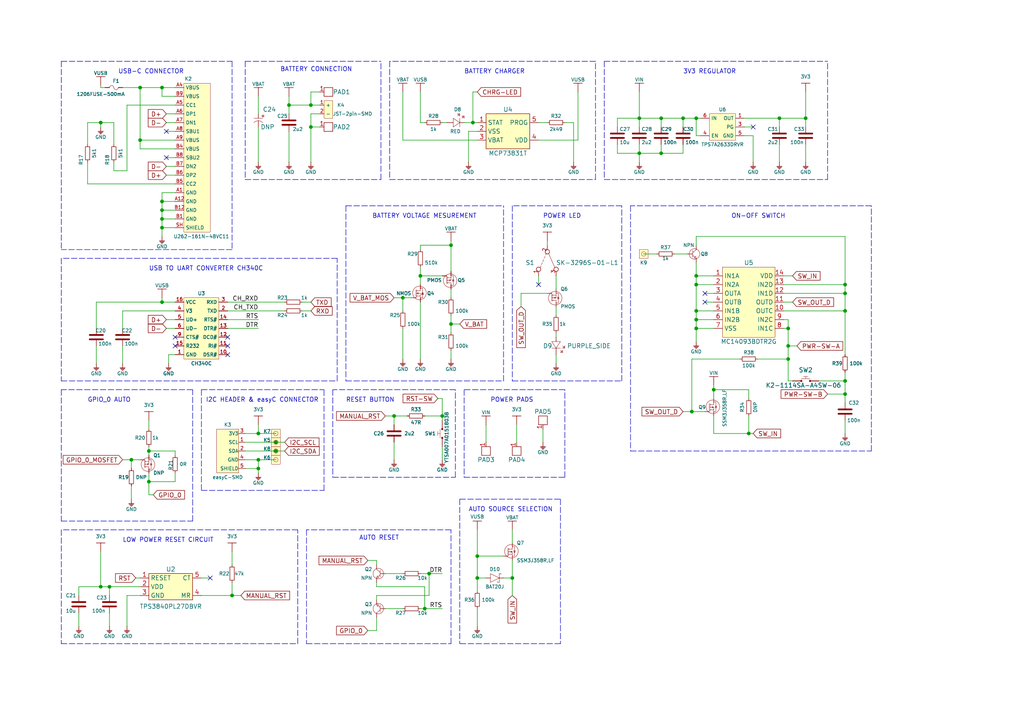
<source format=kicad_sch>
(kicad_sch (version 20211123) (generator eeschema)
  (paper "A4")
  (title_block (title "Soldered Inkplate 5 Gen2") (date "2024-05-27") (rev "V1.1.0") (company "SOLDERED") (comment 1 "333333"))
  (lib_symbols
    (symbol "0603C_1" (pin_numbers hide) (pin_names (offset 0.002))
      (property "Reference" "C" (at 0 3.81 0))
      (property "Value" "0603C_1" (at 0 -3.175 0))
      (symbol "0603C_1_1_1"
        (pin passive line (at -2.54 0 0) (length 1.9) (name "~") (number "1"))
        (pin passive line (at 2.54 0 180) (length 1.9) (name "~") (number "2"))
      )
    )
    (symbol "0603C_10" (pin_numbers hide) (pin_names (offset 0.002))
      (property "Reference" "C" (at 0 3.81 0))
      (property "Value" "0603C_10" (at 0 -3.175 0))
      (symbol "0603C_10_1_1"
        (pin passive line (at -2.54 0 0) (length 1.9) (name "~") (number "1"))
        (pin passive line (at 2.54 0 180) (length 1.9) (name "~") (number "2"))
      )
    )
    (symbol "0603C_2" (pin_numbers hide) (pin_names (offset 0.002))
      (property "Reference" "C" (at 0 3.81 0))
      (property "Value" "0603C_2" (at 0 -3.175 0))
      (symbol "0603C_2_1_1"
        (pin passive line (at -2.54 0 0) (length 1.9) (name "~") (number "1"))
        (pin passive line (at 2.54 0 180) (length 1.9) (name "~") (number "2"))
      )
    )
    (symbol "0603C_3" (pin_numbers hide) (pin_names (offset 0.002))
      (property "Reference" "C" (at 0 3.81 0))
      (property "Value" "0603C_3" (at 0 -3.175 0))
      (symbol "0603C_3_1_1"
        (pin passive line (at -2.54 0 0) (length 1.9) (name "~") (number "1"))
        (pin passive line (at 2.54 0 180) (length 1.9) (name "~") (number "2"))
      )
    )
    (symbol "0603C_4" (pin_numbers hide) (pin_names (offset 0.002))
      (property "Reference" "C" (at 0 3.81 0))
      (property "Value" "0603C_4" (at 0 -3.175 0))
      (symbol "0603C_4_1_1"
        (pin passive line (at -2.54 0 0) (length 1.9) (name "~") (number "1"))
        (pin passive line (at 2.54 0 180) (length 1.9) (name "~") (number "2"))
      )
    )
    (symbol "0603C_5" (pin_numbers hide) (pin_names (offset 0.002))
      (property "Reference" "C" (at 0 3.81 0))
      (property "Value" "0603C_5" (at 0 -3.175 0))
      (symbol "0603C_5_1_1"
        (pin passive line (at -2.54 0 0) (length 1.9) (name "~") (number "1"))
        (pin passive line (at 2.54 0 180) (length 1.9) (name "~") (number "2"))
      )
    )
    (symbol "0603C_6" (pin_numbers hide) (pin_names (offset 0.002))
      (property "Reference" "C" (at 0 3.81 0))
      (property "Value" "0603C_6" (at 0 -3.175 0))
      (symbol "0603C_6_1_1"
        (pin passive line (at -2.54 0 0) (length 1.9) (name "~") (number "1"))
        (pin passive line (at 2.54 0 180) (length 1.9) (name "~") (number "2"))
      )
    )
    (symbol "0603C_7" (pin_numbers hide) (pin_names (offset 0.002))
      (property "Reference" "C" (at 0 3.81 0))
      (property "Value" "0603C_7" (at 0 -3.175 0))
      (symbol "0603C_7_1_1"
        (pin passive line (at -2.54 0 0) (length 1.9) (name "~") (number "1"))
        (pin passive line (at 2.54 0 180) (length 1.9) (name "~") (number "2"))
      )
    )
    (symbol "0603C_8" (pin_numbers hide) (pin_names (offset 0.002))
      (property "Reference" "C" (at 0 3.81 0))
      (property "Value" "0603C_8" (at 0 -3.175 0))
      (symbol "0603C_8_1_1"
        (pin passive line (at -2.54 0 0) (length 1.9) (name "~") (number "1"))
        (pin passive line (at 2.54 0 180) (length 1.9) (name "~") (number "2"))
      )
    )
    (symbol "0603C_9" (pin_numbers hide) (pin_names (offset 0.002))
      (property "Reference" "C" (at 0 3.81 0))
      (property "Value" "0603C_9" (at 0 -3.175 0))
      (symbol "0603C_9_1_1"
        (pin passive line (at -2.54 0 0) (length 1.9) (name "~") (number "1"))
        (pin passive line (at 2.54 0 180) (length 1.9) (name "~") (number "2"))
      )
    )
    (symbol "0603R_1" (pin_numbers hide) (pin_names (offset 0.254))
      (property "Reference" "R" (at 0 1.27 0))
      (property "Value" "0603R_1" (at 0 -1.905 0))
      (symbol "0603R_1_1_1"
        (pin passive line (at -2.54 0 0) (length 0.63) (name "~") (number "1"))
        (pin passive line (at 2.54 0 180) (length 0.63) (name "~") (number "2"))
      )
    )
    (symbol "0603R_10" (pin_numbers hide) (pin_names (offset 0.254))
      (property "Reference" "R" (at 0 1.27 0))
      (property "Value" "0603R_10" (at 0 -1.905 0))
      (symbol "0603R_10_1_1"
        (pin passive line (at -2.54 0 0) (length 0.63) (name "~") (number "1"))
        (pin passive line (at 2.54 0 180) (length 0.63) (name "~") (number "2"))
      )
    )
    (symbol "0603R_11" (pin_numbers hide) (pin_names (offset 0.254))
      (property "Reference" "R" (at 0 1.27 0))
      (property "Value" "0603R_11" (at 0 -1.905 0))
      (symbol "0603R_11_1_1"
        (pin passive line (at -2.54 0 0) (length 0.63) (name "~") (number "1"))
        (pin passive line (at 2.54 0 180) (length 0.63) (name "~") (number "2"))
      )
    )
    (symbol "0603R_12" (pin_numbers hide) (pin_names (offset 0.254))
      (property "Reference" "R" (at 0 1.27 0))
      (property "Value" "0603R_12" (at 0 -1.905 0))
      (symbol "0603R_12_1_1"
        (pin passive line (at -2.54 0 0) (length 0.63) (name "~") (number "1"))
        (pin passive line (at 2.54 0 180) (length 0.63) (name "~") (number "2"))
      )
    )
    (symbol "0603R_13" (pin_numbers hide) (pin_names (offset 0.254))
      (property "Reference" "R" (at 0 1.27 0))
      (property "Value" "0603R_13" (at 0 -1.905 0))
      (symbol "0603R_13_1_1"
        (pin passive line (at -2.54 0 0) (length 0.63) (name "~") (number "1"))
        (pin passive line (at 2.54 0 180) (length 0.63) (name "~") (number "2"))
      )
    )
    (symbol "0603R_14" (pin_numbers hide) (pin_names (offset 0.254))
      (property "Reference" "R" (at 0 1.27 0))
      (property "Value" "0603R_14" (at 0 -1.905 0))
      (symbol "0603R_14_1_1"
        (pin passive line (at -2.54 0 0) (length 0.63) (name "~") (number "1"))
        (pin passive line (at 2.54 0 180) (length 0.63) (name "~") (number "2"))
      )
    )
    (symbol "0603R_15" (pin_numbers hide) (pin_names (offset 0.254))
      (property "Reference" "R" (at 0 1.27 0))
      (property "Value" "0603R_15" (at 0 -1.905 0))
      (symbol "0603R_15_1_1"
        (pin passive line (at -2.54 0 0) (length 0.63) (name "~") (number "1"))
        (pin passive line (at 2.54 0 180) (length 0.63) (name "~") (number "2"))
      )
    )
    (symbol "0603R_16" (pin_numbers hide) (pin_names (offset 0.254))
      (property "Reference" "R" (at 0 1.27 0))
      (property "Value" "0603R_16" (at 0 -1.905 0))
      (symbol "0603R_16_1_1"
        (pin passive line (at -2.54 0 0) (length 0.63) (name "~") (number "1"))
        (pin passive line (at 2.54 0 180) (length 0.63) (name "~") (number "2"))
      )
    )
    (symbol "0603R_17" (pin_numbers hide) (pin_names (offset 0.254))
      (property "Reference" "R" (at 0 1.27 0))
      (property "Value" "0603R_17" (at 0 -1.905 0))
      (symbol "0603R_17_1_1"
        (pin passive line (at -2.54 0 0) (length 0.63) (name "~") (number "1"))
        (pin passive line (at 2.54 0 180) (length 0.63) (name "~") (number "2"))
      )
    )
    (symbol "0603R_18" (pin_numbers hide) (pin_names (offset 0.254))
      (property "Reference" "R" (at 0 1.27 0))
      (property "Value" "0603R_18" (at 0 -1.905 0))
      (symbol "0603R_18_1_1"
        (pin passive line (at -2.54 0 0) (length 0.63) (name "~") (number "1"))
        (pin passive line (at 2.54 0 180) (length 0.63) (name "~") (number "2"))
      )
    )
    (symbol "0603R_19" (pin_numbers hide) (pin_names (offset 0.254))
      (property "Reference" "R" (at 0 1.27 0))
      (property "Value" "0603R_19" (at 0 -1.905 0))
      (symbol "0603R_19_1_1"
        (pin passive line (at -2.54 0 0) (length 0.63) (name "~") (number "1"))
        (pin passive line (at 2.54 0 180) (length 0.63) (name "~") (number "2"))
      )
    )
    (symbol "0603R_2" (pin_numbers hide) (pin_names (offset 0.254))
      (property "Reference" "R" (at 0 1.27 0))
      (property "Value" "0603R_2" (at 0 -1.905 0))
      (symbol "0603R_2_1_1"
        (pin passive line (at -2.54 0 0) (length 0.63) (name "~") (number "1"))
        (pin passive line (at 2.54 0 180) (length 0.63) (name "~") (number "2"))
      )
    )
    (symbol "0603R_20" (pin_numbers hide) (pin_names (offset 0.254))
      (property "Reference" "R" (at 0 1.27 0))
      (property "Value" "0603R_20" (at 0 -1.905 0))
      (symbol "0603R_20_1_1"
        (pin passive line (at -2.54 0 0) (length 0.63) (name "~") (number "1"))
        (pin passive line (at 2.54 0 180) (length 0.63) (name "~") (number "2"))
      )
    )
    (symbol "0603R_21" (pin_numbers hide) (pin_names (offset 0.254))
      (property "Reference" "R" (at 0 1.27 0))
      (property "Value" "0603R_21" (at 0 -1.905 0))
      (symbol "0603R_21_1_1"
        (pin passive line (at -2.54 0 0) (length 0.63) (name "~") (number "1"))
        (pin passive line (at 2.54 0 180) (length 0.63) (name "~") (number "2"))
      )
    )
    (symbol "0603R_22" (pin_numbers hide) (pin_names (offset 0.254))
      (property "Reference" "R" (at 0 1.27 0))
      (property "Value" "0603R_22" (at 0 -1.905 0))
      (symbol "0603R_22_1_1"
        (pin passive line (at -2.54 0 0) (length 0.63) (name "~") (number "1"))
        (pin passive line (at 2.54 0 180) (length 0.63) (name "~") (number "2"))
      )
    )
    (symbol "0603R_3" (pin_numbers hide) (pin_names (offset 0.254))
      (property "Reference" "R" (at 0 1.27 0))
      (property "Value" "0603R_3" (at 0 -1.905 0))
      (symbol "0603R_3_1_1"
        (pin passive line (at -2.54 0 0) (length 0.63) (name "~") (number "1"))
        (pin passive line (at 2.54 0 180) (length 0.63) (name "~") (number "2"))
      )
    )
    (symbol "0603R_4" (pin_numbers hide) (pin_names (offset 0.254))
      (property "Reference" "R" (at 0 1.27 0))
      (property "Value" "0603R_4" (at 0 -1.905 0))
      (symbol "0603R_4_1_1"
        (pin passive line (at -2.54 0 0) (length 0.63) (name "~") (number "1"))
        (pin passive line (at 2.54 0 180) (length 0.63) (name "~") (number "2"))
      )
    )
    (symbol "0603R_5" (pin_numbers hide) (pin_names (offset 0.254))
      (property "Reference" "R" (at 0 1.27 0))
      (property "Value" "0603R_5" (at 0 -1.905 0))
      (symbol "0603R_5_1_1"
        (pin passive line (at -2.54 0 0) (length 0.63) (name "~") (number "1"))
        (pin passive line (at 2.54 0 180) (length 0.63) (name "~") (number "2"))
      )
    )
    (symbol "0603R_6" (pin_numbers hide) (pin_names (offset 0.254))
      (property "Reference" "R" (at 0 1.27 0))
      (property "Value" "0603R_6" (at 0 -1.905 0))
      (symbol "0603R_6_1_1"
        (pin passive line (at -2.54 0 0) (length 0.63) (name "~") (number "1"))
        (pin passive line (at 2.54 0 180) (length 0.63) (name "~") (number "2"))
      )
    )
    (symbol "0603R_7" (pin_numbers hide) (pin_names (offset 0.254))
      (property "Reference" "R" (at 0 1.27 0))
      (property "Value" "0603R_7" (at 0 -1.905 0))
      (symbol "0603R_7_1_1"
        (pin passive line (at -2.54 0 0) (length 0.63) (name "~") (number "1"))
        (pin passive line (at 2.54 0 180) (length 0.63) (name "~") (number "2"))
      )
    )
    (symbol "0603R_8" (pin_numbers hide) (pin_names (offset 0.254))
      (property "Reference" "R" (at 0 1.27 0))
      (property "Value" "0603R_8" (at 0 -1.905 0))
      (symbol "0603R_8_1_1"
        (pin passive line (at -2.54 0 0) (length 0.63) (name "~") (number "1"))
        (pin passive line (at 2.54 0 180) (length 0.63) (name "~") (number "2"))
      )
    )
    (symbol "0603R_9" (pin_numbers hide) (pin_names (offset 0.254))
      (property "Reference" "R" (at 0 1.27 0))
      (property "Value" "0603R_9" (at 0 -1.905 0))
      (symbol "0603R_9_1_1"
        (pin passive line (at -2.54 0 0) (length 0.63) (name "~") (number "1"))
        (pin passive line (at 2.54 0 180) (length 0.63) (name "~") (number "2"))
      )
    )
    (symbol "1206C_1" (pin_numbers hide)
      (property "Reference" "C" (at 0 3.81 0))
      (property "Value" "1206C_1" (at 0 -3.175 0))
      (symbol "1206C_1_1_1"
        (pin passive line (at -2.54 0 0) (length 1.9) (name "~") (number "1"))
        (pin passive line (at 2.54 0 180) (length 1.9) (name "~") (number "2"))
      )
    )
    (symbol "NPN-SOT-23-3_1" (pin_numbers hide) (pin_names hide)
      (property "Reference" "Q" (at -2.286 2.921 0))
      (property "Value" "NPN-SOT-23-3_1" (at 0 -3.81 0))
      (symbol "NPN-SOT-23-3_1_1_1"
        (pin passive line (at -2.54 0 0) (length 1.46) (name "B") (number "1"))
        (pin passive line (at 0 -2.54 90) (length 1.27) (name "E") (number "2"))
        (pin passive line (at 0 2.54 270) (length 1.27) (name "C") (number "3"))
      )
    )
    (symbol "NPN-SOT-23-3_2" (pin_numbers hide) (pin_names hide)
      (property "Reference" "Q" (at -2.286 2.921 0))
      (property "Value" "NPN-SOT-23-3_2" (at 0 -3.81 0))
      (symbol "NPN-SOT-23-3_2_1_1"
        (pin passive line (at -2.54 0 0) (length 1.46) (name "B") (number "1"))
        (pin passive line (at 0 -2.54 90) (length 1.27) (name "E") (number "2"))
        (pin passive line (at 0 2.54 270) (length 1.27) (name "C") (number "3"))
      )
    )
    (symbol "e-radionica.com schematics:0402LED" (pin_numbers hide) (pin_names (offset 0.254) hide)
      (property "Reference" "D" (at -0.635 2.54 0))
      (property "Value" "0402LED" (at 0 -2.54 0))
      (symbol "0402LED_1_1"
        (pin passive line (at -2.54 0 0) (length 1.91) (name "A") (number "1"))
        (pin passive line (at 2.54 0 180) (length 1.27) (name "K") (number "2"))
      )
    )
    (symbol "e-radionica.com schematics:0603C" (pin_numbers hide) (pin_names (offset 0.002))
      (property "Reference" "C" (at 0 3.81 0))
      (property "Value" "0603C" (at 0 -3.175 0))
      (symbol "0603C_1_1"
        (pin passive line (at -2.54 0 0) (length 1.9) (name "~") (number "1"))
        (pin passive line (at 2.54 0 180) (length 1.9) (name "~") (number "2"))
      )
    )
    (symbol "e-radionica.com schematics:0603LED_SIDE" (pin_numbers hide) (pin_names hide)
      (property "Reference" "D" (at -1.27 2.54 0))
      (property "Value" "0603LED_SIDE" (at 0 -2.286 0))
      (symbol "0603LED_SIDE_1_1"
        (pin passive line (at -2.54 0 0) (length 1.27) (name "A") (number "1"))
        (pin passive line (at 2.54 0 180) (length 1.91) (name "K") (number "2"))
      )
    )
    (symbol "e-radionica.com schematics:0603R" (pin_numbers hide) (pin_names (offset 0.254))
      (property "Reference" "R" (at 0 1.27 0))
      (property "Value" "0603R" (at 0 -1.905 0))
      (symbol "0603R_1_1"
        (pin passive line (at -2.54 0 0) (length 0.63) (name "~") (number "1"))
        (pin passive line (at 2.54 0 180) (length 0.63) (name "~") (number "2"))
      )
    )
    (symbol "e-radionica.com schematics:1206C" (pin_numbers hide)
      (property "Reference" "C" (at 0 3.81 0))
      (property "Value" "1206C" (at 0 -3.175 0))
      (symbol "1206C_1_1"
        (pin passive line (at -2.54 0 0) (length 1.9) (name "~") (number "1"))
        (pin passive line (at 2.54 0 180) (length 1.9) (name "~") (number "2"))
      )
    )
    (symbol "e-radionica.com schematics:1206FUSE" (pin_numbers hide) (pin_names hide)
      (property "Reference" "F" (at -1.27 1.905 0))
      (property "Value" "1206FUSE" (at 0 -1.905 0))
      (symbol "1206FUSE_1_1"
        (pin passive line (at -2.54 0 0) (length 1.27) (name "~") (number "1"))
        (pin passive line (at 2.54 0 180) (length 1.27) (name "~") (number "2"))
      )
    )
    (symbol "e-radionica.com schematics:2917C" (pin_numbers hide) (pin_names hide)
      (property "Reference" "C?" (at 0 0 0))
      (property "Value" "2917C" (at 0 0 0))
      (symbol "2917C_0_0"
        (text "+" (at -0.635 -1.27 0) (effects (font (size 1 1))))
      )
      (symbol "2917C_1_1"
        (pin input line (at -1.27 -2.54 0) (length 1.27) (name "+") (number "1"))
        (pin input line (at 2.54 -2.54 180) (length 1.8) (name "-") (number "2"))
      )
    )
    (symbol "e-radionica.com schematics:3V3" (power) (pin_names (offset 0))
      (property "Value" "3V3" (at 0 3.556 0))
      (symbol "3V3_1_1"
        (pin power_in line (at 0 0 90) (length 0) hide (name "3V3") (number "1"))
      )
    )
    (symbol "e-radionica.com schematics:BAT20J" (pin_numbers hide) (pin_names hide)
      (property "Reference" "D" (at 0 2.54 0))
      (property "Value" "BAT20J" (at 0 -2.54 0))
      (symbol "BAT20J_1_1"
        (pin input line (at -2.54 0 0) (length 1.27) (name "A") (number "1"))
        (pin input line (at 2.54 0 180) (length 1.27) (name "C") (number "2"))
      )
    )
    (symbol "e-radionica.com schematics:CH340C"
      (property "Reference" "U" (at -3.81 10.16 0))
      (property "Value" "CH340C" (at 0 -10.16 0))
      (symbol "CH340C_1_1"
        (pin passive line (at -7.62 -7.62 0) (length 2.54) (name "GND") (number "1"))
        (pin passive line (at 7.62 -7.62 180) (length 2.54) (name "DSR#") (number "10"))
        (pin passive line (at 7.62 -5.08 180) (length 2.54) (name "RI#") (number "11"))
        (pin passive line (at 7.62 -2.54 180) (length 2.54) (name "DCD#") (number "12"))
        (pin passive line (at 7.62 0 180) (length 2.54) (name "DTR#") (number "13"))
        (pin passive line (at 7.62 2.54 180) (length 2.54) (name "RTS#") (number "14"))
        (pin passive line (at -7.62 -5.08 0) (length 2.54) (name "R232") (number "15"))
        (pin passive line (at -7.62 7.62 0) (length 2.54) (name "VCC") (number "16"))
        (pin passive line (at 7.62 5.08 180) (length 2.54) (name "TXD") (number "2"))
        (pin passive line (at 7.62 7.62 180) (length 2.54) (name "RXD") (number "3"))
        (pin passive line (at -7.62 5.08 0) (length 2.54) (name "V3") (number "4"))
        (pin passive line (at -7.62 2.54 0) (length 2.54) (name "UD+") (number "5"))
        (pin passive line (at -7.62 0 0) (length 2.54) (name "UD-") (number "6"))
        (pin passive line (at -7.62 -2.54 0) (length 2.54) (name "CTS#") (number "9"))
      )
    )
    (symbol "e-radionica.com schematics:GND" (power) (pin_names (offset 0))
      (property "Value" "GND" (at 0 -2.921 0))
      (symbol "GND_1_1"
        (pin power_in line (at 0 0 270) (length 0) hide (name "GND") (number "1"))
      )
    )
    (symbol "e-radionica.com schematics:HEADER_MALE_1X1_Inkplate" (pin_numbers hide) (pin_names hide)
      (property "Reference" "K" (at 0 2.54 0))
      (property "Value" "HEADER_MALE_1X1_Inkplate" (at 0 -2.54 0))
      (symbol "HEADER_MALE_1X1_Inkplate_1_1"
        (pin passive line (at 0 0 180) (length 0) (name "~") (number "1"))
      )
    )
    (symbol "e-radionica.com schematics:JST-2pin-SMD"
      (property "Reference" "K" (at 0 3.81 0))
      (property "Value" "JST-2pin-SMD" (at 1.27 -3.81 0))
      (symbol "JST-2pin-SMD_1_1"
        (pin passive line (at 2.54 -1.27 180) (length 1.27) (name "+") (number "1"))
        (pin passive line (at 2.54 1.27 180) (length 1.27) (name "-") (number "2"))
      )
    )
    (symbol "e-radionica.com schematics:K2-1114SA-A4SW-06" (pin_numbers hide) (pin_names hide)
      (property "Reference" "SW" (at 0 2.54 0))
      (property "Value" "K2-1114SA-A4SW-06" (at 0 -2.54 0))
      (symbol "K2-1114SA-A4SW-06_1_1"
        (pin passive line (at -3.81 0 0) (length 2.54) (name "~") (number "1"))
        (pin passive line (at 3.81 0 180) (length 2.54) (name "~") (number "2"))
      )
    )
    (symbol "e-radionica.com schematics:MC14093BDTR2G"
      (property "Reference" "U" (at 0 15.24 0))
      (property "Value" "MC14093BDTR2G" (at 0 -7.62 0))
      (symbol "MC14093BDTR2G_1_1"
        (pin output line (at -10.16 11.43 0) (length 2.54) (name "IN1A") (number "1"))
        (pin output line (at 10.16 1.27 180) (length 2.54) (name "OUTC") (number "10"))
        (pin output line (at 10.16 3.81 180) (length 2.54) (name "OUTD") (number "11"))
        (pin output line (at 10.16 6.35 180) (length 2.54) (name "IN1D") (number "12"))
        (pin output line (at 10.16 8.89 180) (length 2.54) (name "IN2D") (number "13"))
        (pin output line (at 10.16 11.43 180) (length 2.54) (name "VDD") (number "14"))
        (pin output line (at -10.16 8.89 0) (length 2.54) (name "IN2A") (number "2"))
        (pin output line (at -10.16 6.35 0) (length 2.54) (name "OUTA") (number "3"))
        (pin output line (at -10.16 3.81 0) (length 2.54) (name "OUTB") (number "4"))
        (pin output line (at -10.16 1.27 0) (length 2.54) (name "IN1B") (number "5"))
        (pin output line (at -10.16 -1.27 0) (length 2.54) (name "IN2B") (number "6"))
        (pin output line (at -10.16 -3.81 0) (length 2.54) (name "VSS") (number "7"))
        (pin output line (at 10.16 -3.81 180) (length 2.54) (name "IN1C") (number "8"))
        (pin output line (at 10.16 -1.27 180) (length 2.54) (name "IN2C") (number "9"))
      )
    )
    (symbol "e-radionica.com schematics:MCP73831T"
      (property "Reference" "U" (at 0 6.35 0))
      (property "Value" "MCP73831T" (at 0 -6.35 0))
      (symbol "MCP73831T_1_1"
        (pin output line (at -8.89 2.54 0) (length 2.54) (name "STAT") (number "1"))
        (pin output line (at -8.89 0 0) (length 2.54) (name "VSS") (number "2"))
        (pin output line (at -8.89 -2.54 0) (length 2.54) (name "VBAT") (number "3"))
        (pin output line (at 8.89 -2.54 180) (length 2.54) (name "VDD") (number "4"))
        (pin output line (at 8.89 2.54 180) (length 2.54) (name "PROG") (number "5"))
      )
    )
    (symbol "e-radionica.com schematics:NMOS-SOT-23-3" (pin_numbers hide) (pin_names hide)
      (property "Reference" "Q" (at -1.143 2.921 0))
      (property "Value" "NMOS-SOT-23-3" (at 1.524 -3.937 0))
      (symbol "NMOS-SOT-23-3_1_1"
        (pin passive line (at -1.27 -1.27 0) (length 1.27) (name "G") (number "1"))
        (pin passive line (at 1.27 -2.54 90) (length 1.27) (name "S") (number "2"))
        (pin passive line (at 1.27 2.54 270) (length 1.27) (name "D") (number "3"))
      )
    )
    (symbol "e-radionica.com schematics:NPN-SOT-23-3" (pin_numbers hide) (pin_names hide)
      (property "Reference" "Q" (at -2.286 2.921 0))
      (property "Value" "NPN-SOT-23-3" (at 0 -3.81 0))
      (symbol "NPN-SOT-23-3_1_1"
        (pin passive line (at -2.54 0 0) (length 1.46) (name "B") (number "1"))
        (pin passive line (at 0 -2.54 90) (length 1.27) (name "E") (number "2"))
        (pin passive line (at 0 2.54 270) (length 1.27) (name "C") (number "3"))
      )
    )
    (symbol "e-radionica.com schematics:PAD_4x4"
      (property "Reference" "PAD" (at 0 2.54 0))
      (property "Value" "PAD_4x4" (at 0 -2.54 0))
      (symbol "PAD_4x4_1_1"
        (pin passive line (at -2.54 0 0) (length 1.27) (name "") (number "1"))
      )
    )
    (symbol "e-radionica.com schematics:PMOS-SOT-23-3" (pin_numbers hide) (pin_names hide)
      (property "Reference" "Q" (at -1.27 2.54 0))
      (property "Value" "PMOS-SOT-23-3" (at 0.381 -4.064 0))
      (symbol "PMOS-SOT-23-3_1_1"
        (pin passive line (at -1.27 -1.27 0) (length 1.27) (name "G") (number "1"))
        (pin passive line (at 1.27 -2.54 90) (length 1.27) (name "S") (number "2"))
        (pin passive line (at 1.27 2.54 270) (length 1.27) (name "D") (number "3"))
      )
    )
    (symbol "e-radionica.com schematics:SK-3296S-01-L1"
      (property "Reference" "S" (at 0 3.81 0))
      (property "Value" "SK-3296S-01-L1" (at 0 -6.35 0))
      (symbol "SK-3296S-01-L1_1_1"
        (pin input inverted (at 3.81 2.54 180) (length 2.54) (name "") (number "1"))
        (pin input inverted (at -5.08 0 0) (length 2.54) (name "") (number "2"))
        (pin input inverted (at 3.81 -2.54 180) (length 2.54) (name "") (number "3"))
      )
    )
    (symbol "e-radionica.com schematics:TPS3840PL27DBVR"
      (property "Reference" "U" (at 0 5.08 0))
      (property "Value" "TPS3840PL27DBVR" (at 0 -5.08 0))
      (symbol "TPS3840PL27DBVR_1_1"
        (pin input line (at -8.89 2.54 0) (length 2.54) (name "RESET") (number "1"))
        (pin input line (at -8.89 0 0) (length 2.54) (name "VDD") (number "2"))
        (pin input line (at -8.89 -2.54 0) (length 2.54) (name "GND") (number "3"))
        (pin input line (at 8.89 -2.54 180) (length 2.54) (name "MR") (number "4"))
        (pin input line (at 8.89 2.54 180) (length 2.54) (name "CT") (number "5"))
      )
    )
    (symbol "e-radionica.com schematics:TPS7A2633DRVR"
      (property "Reference" "U" (at -3.175 5.08 0))
      (property "Value" "TPS7A2633DRVR" (at 0 -5.08 0))
      (symbol "TPS7A2633DRVR_1_1"
        (pin passive line (at 6.35 2.54 180) (length 2.54) (name "OUT") (number "1"))
        (pin passive line (at 6.35 0 180) (length 2.54) (name "PG") (number "3"))
        (pin passive line (at -6.35 -2.54 0) (length 2.54) (name "EN") (number "4"))
        (pin passive line (at 6.35 -2.54 180) (length 2.54) (name "GND") (number "5"))
        (pin passive line (at -6.35 2.54 0) (length 2.54) (name "IN") (number "6"))
      )
    )
    (symbol "e-radionica.com schematics:U262-161N-4BVC11"
      (property "Reference" "K" (at 0 22.86 0))
      (property "Value" "U262-161N-4BVC11" (at 2.54 -22.86 0))
      (symbol "U262-161N-4BVC11_1_1"
        (pin passive line (at -3.81 -10.16 0) (length 2.54) (name "GND") (number "A1"))
        (pin passive line (at -3.81 -12.7 0) (length 2.54) (name "GND") (number "A12"))
        (pin passive line (at -3.81 20.32 0) (length 2.54) (name "VBUS") (number "A4"))
        (pin passive line (at -3.81 15.24 0) (length 2.54) (name "CC1") (number "A5"))
        (pin passive line (at -3.81 12.7 0) (length 2.54) (name "DP1") (number "A6"))
        (pin passive line (at -3.81 10.16 0) (length 2.54) (name "DN1") (number "A7"))
        (pin passive line (at -3.81 7.62 0) (length 2.54) (name "SBU1") (number "A8"))
        (pin passive line (at -3.81 5.08 0) (length 2.54) (name "VBUS") (number "A9"))
        (pin passive line (at -3.81 -17.78 0) (length 2.54) (name "GND") (number "B1"))
        (pin passive line (at -3.81 -15.24 0) (length 2.54) (name "GND") (number "B12"))
        (pin passive line (at -3.81 2.54 0) (length 2.54) (name "VBUS") (number "B4"))
        (pin passive line (at -3.81 -7.62 0) (length 2.54) (name "CC2") (number "B5"))
        (pin passive line (at -3.81 -5.08 0) (length 2.54) (name "DP2") (number "B6"))
        (pin passive line (at -3.81 -2.54 0) (length 2.54) (name "DN2") (number "B7"))
        (pin passive line (at -3.81 0 0) (length 2.54) (name "SBU2") (number "B8"))
        (pin passive line (at -3.81 17.78 0) (length 2.54) (name "VBUS") (number "B9"))
        (pin passive line (at -3.81 -20.32 0) (length 2.54) (name "SHIELD") (number "SH"))
      )
    )
    (symbol "e-radionica.com schematics:VBAT" (power) (pin_names (offset 0))
      (property "Value" "VBAT" (at 0 3.556 0))
      (symbol "VBAT_1_1"
        (pin power_in line (at 0 0 90) (length 0) hide (name "VBAT") (number "1"))
      )
    )
    (symbol "e-radionica.com schematics:VIN" (power) (pin_names (offset 0))
      (property "Value" "VIN" (at 0 3.556 0))
      (symbol "VIN_1_1"
        (pin power_in line (at 0 0 90) (length 0) hide (name "VIN") (number "1"))
      )
    )
    (symbol "e-radionica.com schematics:VUSB" (power) (pin_names (offset 0))
      (property "Value" "VUSB" (at 0 3.556 0))
      (symbol "VUSB_1_1"
        (pin power_in line (at 0 0 90) (length 0) hide (name "VUSB") (number "1"))
      )
    )
    (symbol "e-radionica.com schematics:YTSA007A0151803B" (pin_numbers hide) (pin_names hide)
      (property "Reference" "SW" (at -1.016 2.286 0))
      (property "Value" "YTSA007A0151803B" (at 1.778 -2.032 0))
      (symbol "YTSA007A0151803B_1_1"
        (pin passive line (at -2.54 0 0) (length 2.54) (name "~") (number "1"))
        (pin passive line (at 5.08 0 180) (length 2.54) (name "~") (number "2"))
      )
    )
    (symbol "e-radionica.com schematics:easyC-SMD" (pin_names (offset 0.002))
      (property "Reference" "K" (at 0 10.16 0))
      (property "Value" "easyC-SMD" (at 0 -5.08 0))
      (symbol "easyC-SMD_1_1"
        (pin passive line (at 5.08 5.08 180) (length 1.9) (name "SCL") (number "1"))
        (pin passive line (at 5.08 2.54 180) (length 1.9) (name "SDA") (number "2"))
        (pin passive line (at 5.08 7.62 180) (length 1.9) (name "3V3") (number "3"))
        (pin passive line (at 5.08 0 180) (length 1.9) (name "GND") (number "4"))
        (pin passive line (at 5.08 -2.54 180) (length 1.9) (name "SHIELD") (number "5"))
      )
    )
  )
  (junction (at 191.77 34.29))
  (junction (at 46.99 60.96))
  (junction (at 46.99 25.4) (diameter 0.9144))
  (junction (at 201.93 90.17))
  (junction (at 201.93 82.55))
  (junction (at 128.27 120.65))
  (junction (at 83.82 30.48))
  (junction (at 46.99 87.63))
  (junction (at 123.19 176.53))
  (junction (at 200.66 119.38))
  (junction (at 43.18 130.81))
  (junction (at 43.18 139.7))
  (junction (at 201.93 80.01))
  (junction (at 198.12 34.29))
  (junction (at 228.6 104.14))
  (junction (at 124.46 166.37))
  (junction (at 138.43 167.64))
  (junction (at 148.59 167.64))
  (junction (at 29.21 170.18))
  (junction (at 40.64 40.64))
  (junction (at 46.99 58.42))
  (junction (at 138.43 161.29))
  (junction (at 245.11 85.09))
  (junction (at 74.93 125.73))
  (junction (at 67.31 172.72))
  (junction (at 185.42 44.45))
  (junction (at 40.64 25.4))
  (junction (at 116.84 86.36))
  (junction (at 80.01 128.27))
  (junction (at 130.81 93.98))
  (junction (at 38.1 133.35))
  (junction (at 74.93 133.35))
  (junction (at 245.11 82.55))
  (junction (at 201.93 34.29))
  (junction (at 201.93 92.71))
  (junction (at 233.68 34.29))
  (junction (at 31.75 170.18))
  (junction (at 130.81 71.12))
  (junction (at 245.11 90.17))
  (junction (at 201.93 95.25))
  (junction (at 226.06 34.29))
  (junction (at 29.21 35.56))
  (junction (at 217.17 125.73))
  (junction (at 137.16 35.56))
  (junction (at 228.6 100.33))
  (junction (at 80.01 130.81))
  (junction (at 185.42 34.29))
  (junction (at 90.17 30.48))
  (junction (at 207.01 113.03))
  (junction (at 90.17 36.83))
  (junction (at 245.11 110.49))
  (junction (at 114.3 120.65))
  (junction (at 121.92 80.01))
  (junction (at 46.99 63.5))
  (junction (at 191.77 44.45))
  (junction (at 46.99 66.04))
  (junction (at 228.6 95.25))
  (junction (at 245.11 114.3))
  (junction (at 74.93 135.89))
  (no_connect (at 204.47 85.09))
  (no_connect (at 156.21 82.55))
  (no_connect (at 66.04 100.33))
  (no_connect (at 218.44 36.83))
  (no_connect (at 48.26 38.1))
  (no_connect (at 66.04 97.79))
  (no_connect (at 48.26 45.72))
  (no_connect (at 50.8 97.79))
  (no_connect (at 204.47 87.63))
  (no_connect (at 50.8 100.33))
  (no_connect (at 60.96 167.64))
  (no_connect (at 66.04 102.87))
  (wire (pts (xy 201.93 68.58) (xy 245.11 68.58)))
  (wire (pts (xy 48.895 102.87) (xy 50.8 102.87)))
  (wire (pts (xy 135.89 38.1) (xy 138.43 38.1)))
  (wire (pts (xy 40.64 170.18) (xy 31.75 170.18)))
  (wire (pts (xy 240.03 114.3) (xy 245.11 114.3)))
  (wire (pts (xy 48.26 33.02) (xy 50.8 33.02)))
  (wire (pts (xy 217.17 120.65) (xy 217.17 125.73)))
  (wire (pts (xy 27.94 100.33) (xy 27.94 105.41)))
  (wire (pts (xy 106.68 162.56) (xy 109.22 162.56)))
  (wire (pts (xy 90.17 30.48) (xy 92.71 30.48)))
  (wire (pts (xy 35.56 90.17) (xy 50.8 90.17)))
  (wire (pts (xy 36.83 49.53) (xy 36.83 30.48)))
  (polyline (pts (xy 172.72 52.07) (xy 172.72 17.78)))
  (wire (pts (xy 43.18 137.16) (xy 43.18 139.7)))
  (wire (pts (xy 90.17 36.83) (xy 90.17 46.99)))
  (wire (pts (xy 201.93 80.01) (xy 201.93 82.55)))
  (wire (pts (xy 31.75 170.18) (xy 31.75 172.72)))
  (wire (pts (xy 46.99 58.42) (xy 50.8 58.42)))
  (wire (pts (xy 237.49 110.49) (xy 245.11 110.49)))
  (wire (pts (xy 25.4 53.34) (xy 50.8 53.34)))
  (wire (pts (xy 67.31 160.02) (xy 67.31 163.83)))
  (polyline (pts (xy 130.81 186.69) (xy 130.81 153.67)))
  (wire (pts (xy 226.06 34.29) (xy 226.06 36.83)))
  (polyline (pts (xy 130.81 153.67) (xy 88.9 153.67)))
  (wire (pts (xy 138.43 176.53) (xy 138.43 181.61)))
  (polyline (pts (xy 163.83 138.43) (xy 163.83 113.03)))
  (wire (pts (xy 215.9 34.29) (xy 226.06 34.29)))
  (polyline (pts (xy 17.78 186.69) (xy 86.36 186.69)))
  (wire (pts (xy 50.8 27.94) (xy 46.99 27.94)))
  (wire (pts (xy 71.12 130.81) (xy 80.01 130.81)))
  (wire (pts (xy 217.17 125.73) (xy 218.44 125.73)))
  (wire (pts (xy 185.42 34.29) (xy 185.42 36.83)))
  (polyline (pts (xy 163.83 113.03) (xy 134.62 113.03)))
  (wire (pts (xy 149.86 123.19) (xy 149.86 128.27)))
  (wire (pts (xy 121.92 87.63) (xy 121.92 104.14)))
  (wire (pts (xy 109.22 172.72) (xy 124.46 172.72)))
  (wire (pts (xy 27.94 95.25) (xy 27.94 87.63)))
  (polyline (pts (xy 134.62 113.03) (xy 134.62 138.43)))
  (wire (pts (xy 227.33 87.63) (xy 229.87 87.63)))
  (wire (pts (xy 22.86 172.72) (xy 22.86 170.18)))
  (wire (pts (xy 111.76 120.65) (xy 114.3 120.65)))
  (wire (pts (xy 227.33 90.17) (xy 245.11 90.17)))
  (wire (pts (xy 116.84 26.67) (xy 116.84 40.64)))
  (polyline (pts (xy 182.88 59.69) (xy 182.88 130.81)))
  (polyline (pts (xy 17.78 113.03) (xy 17.78 151.13)))
  (polyline (pts (xy 97.79 74.93) (xy 17.78 74.93)))
  (wire (pts (xy 114.3 120.65) (xy 118.11 120.65)))
  (polyline (pts (xy 148.59 110.49) (xy 180.34 110.49)))
  (wire (pts (xy 25.4 46.99) (xy 25.4 53.34)))
  (polyline (pts (xy 71.12 17.78) (xy 71.12 52.07)))
  (wire (pts (xy 130.81 101.6) (xy 130.81 104.14)))
  (wire (pts (xy 74.93 123.19) (xy 74.93 125.73)))
  (wire (pts (xy 201.93 90.17) (xy 201.93 92.71)))
  (wire (pts (xy 166.37 35.56) (xy 166.37 46.99)))
  (wire (pts (xy 111.76 166.37) (xy 116.84 166.37)))
  (polyline (pts (xy 100.33 59.69) (xy 146.05 59.69)))
  (wire (pts (xy 191.77 34.29) (xy 191.77 36.83)))
  (wire (pts (xy 43.18 143.51) (xy 44.45 143.51)))
  (wire (pts (xy 161.29 80.01) (xy 161.29 83.82)))
  (wire (pts (xy 83.82 27.94) (xy 83.82 30.48)))
  (polyline (pts (xy 67.31 17.78) (xy 67.31 72.39)) (stroke (width 0) (type dash)))
  (wire (pts (xy 46.99 58.42) (xy 46.99 55.88)))
  (wire (pts (xy 48.26 45.72) (xy 50.8 45.72)))
  (wire (pts (xy 217.17 115.57) (xy 217.17 113.03)))
  (wire (pts (xy 46.99 86.36) (xy 46.99 87.63)))
  (wire (pts (xy 226.06 41.91) (xy 226.06 46.99)))
  (polyline (pts (xy 86.36 186.69) (xy 86.36 153.67)))
  (wire (pts (xy 83.82 38.1) (xy 83.82 46.99)))
  (wire (pts (xy 198.12 34.29) (xy 201.93 34.29)))
  (wire (pts (xy 161.29 88.9) (xy 161.29 91.44)))
  (polyline (pts (xy 110.49 52.07) (xy 110.49 17.78)))
  (wire (pts (xy 128.27 129.54) (xy 128.27 133.35)))
  (wire (pts (xy 35.56 25.4) (xy 40.64 25.4)))
  (polyline (pts (xy 96.52 138.43) (xy 132.08 138.43)))
  (wire (pts (xy 48.895 105.41) (xy 48.895 102.87)))
  (wire (pts (xy 195.58 73.66) (xy 199.39 73.66)))
  (wire (pts (xy 198.12 36.83) (xy 198.12 34.29)))
  (wire (pts (xy 228.6 95.25) (xy 228.6 92.71)))
  (wire (pts (xy 121.92 80.01) (xy 128.27 80.01)))
  (wire (pts (xy 66.04 95.25) (xy 74.93 95.25)))
  (wire (pts (xy 50.8 137.16) (xy 50.8 139.7)))
  (wire (pts (xy 146.05 161.29) (xy 138.43 161.29)))
  (wire (pts (xy 121.92 80.01) (xy 121.92 82.55)))
  (wire (pts (xy 156.21 35.56) (xy 158.75 35.56)))
  (wire (pts (xy 245.11 121.92) (xy 245.11 125.73)))
  (wire (pts (xy 114.3 128.27) (xy 114.3 133.35)))
  (wire (pts (xy 58.42 167.64) (xy 60.96 167.64)))
  (wire (pts (xy 74.93 135.89) (xy 74.93 137.16)))
  (wire (pts (xy 80.01 128.27) (xy 82.55 128.27)))
  (wire (pts (xy 201.93 90.17) (xy 207.01 90.17)))
  (wire (pts (xy 74.93 133.35) (xy 80.01 133.35)))
  (wire (pts (xy 201.93 39.37) (xy 201.93 34.29)))
  (wire (pts (xy 83.82 30.48) (xy 83.82 33.02)))
  (wire (pts (xy 116.84 86.36) (xy 119.38 86.36)))
  (wire (pts (xy 40.64 25.4) (xy 40.64 40.64)))
  (wire (pts (xy 46.99 66.04) (xy 50.8 66.04)))
  (wire (pts (xy 29.21 35.56) (xy 29.21 36.83)))
  (polyline (pts (xy 175.26 17.78) (xy 175.26 52.07)))
  (wire (pts (xy 87.63 87.63) (xy 90.17 87.63)))
  (polyline (pts (xy 252.73 130.81) (xy 252.73 59.69)))
  (wire (pts (xy 179.07 41.91) (xy 179.07 44.45)))
  (wire (pts (xy 227.33 80.01) (xy 229.87 80.01)))
  (wire (pts (xy 233.68 41.91) (xy 233.68 46.99)))
  (wire (pts (xy 71.12 135.89) (xy 74.93 135.89)))
  (polyline (pts (xy 86.36 153.67) (xy 17.78 153.67)))
  (polyline (pts (xy 133.35 144.78) (xy 133.35 186.69)))
  (wire (pts (xy 128.27 120.65) (xy 128.27 121.92)))
  (polyline (pts (xy 96.52 113.03) (xy 96.52 138.43)))
  (wire (pts (xy 245.11 82.55) (xy 245.11 85.09)))
  (polyline (pts (xy 17.78 74.93) (xy 17.78 110.49)))
  (wire (pts (xy 87.63 90.17) (xy 90.17 90.17)))
  (wire (pts (xy 25.4 35.56) (xy 29.21 35.56)))
  (wire (pts (xy 46.99 63.5) (xy 46.99 60.96)))
  (polyline (pts (xy 17.78 110.49) (xy 97.79 110.49)))
  (wire (pts (xy 66.04 87.63) (xy 82.55 87.63)))
  (wire (pts (xy 109.22 182.88) (xy 106.68 182.88)))
  (wire (pts (xy 201.93 92.71) (xy 207.01 92.71)))
  (wire (pts (xy 130.81 71.12) (xy 130.81 78.74)))
  (wire (pts (xy 31.75 170.18) (xy 29.21 170.18)))
  (wire (pts (xy 135.89 38.1) (xy 135.89 46.99)))
  (wire (pts (xy 228.6 110.49) (xy 228.6 104.14)))
  (wire (pts (xy 67.31 172.72) (xy 58.42 172.72)))
  (wire (pts (xy 109.22 162.56) (xy 109.22 163.83)))
  (wire (pts (xy 130.81 71.12) (xy 130.81 69.85)))
  (polyline (pts (xy 67.31 72.39) (xy 17.78 72.39)) (stroke (width 0) (type dash)))
  (wire (pts (xy 229.87 110.49) (xy 228.6 110.49)))
  (wire (pts (xy 226.06 34.29) (xy 233.68 34.29)))
  (wire (pts (xy 46.99 63.5) (xy 50.8 63.5)))
  (polyline (pts (xy 172.72 17.78) (xy 113.03 17.78)))
  (wire (pts (xy 201.93 34.29) (xy 203.2 34.29)))
  (wire (pts (xy 227.33 95.25) (xy 228.6 95.25)))
  (wire (pts (xy 204.47 87.63) (xy 207.01 87.63)))
  (wire (pts (xy 38.1 135.89) (xy 38.1 133.35)))
  (wire (pts (xy 92.71 36.83) (xy 90.17 36.83)))
  (wire (pts (xy 137.16 26.67) (xy 137.16 35.56)))
  (wire (pts (xy 46.99 60.96) (xy 46.99 58.42)))
  (wire (pts (xy 80.01 130.81) (xy 82.55 130.81)))
  (polyline (pts (xy 58.42 113.03) (xy 93.98 113.03)))
  (wire (pts (xy 74.93 27.94) (xy 74.93 33.02)))
  (wire (pts (xy 203.2 39.37) (xy 201.93 39.37)))
  (wire (pts (xy 36.83 172.72) (xy 36.83 181.61)))
  (polyline (pts (xy 58.42 113.03) (xy 58.42 142.24)))
  (wire (pts (xy 198.12 44.45) (xy 191.77 44.45)))
  (wire (pts (xy 74.93 125.73) (xy 80.01 125.73)))
  (wire (pts (xy 46.99 68.58) (xy 46.99 66.04)))
  (polyline (pts (xy 162.56 144.78) (xy 162.56 186.69)))
  (wire (pts (xy 227.33 82.55) (xy 245.11 82.55)))
  (wire (pts (xy 186.69 73.66) (xy 190.5 73.66)))
  (polyline (pts (xy 71.12 52.07) (xy 110.49 52.07)))
  (wire (pts (xy 138.43 26.67) (xy 137.16 26.67)))
  (wire (pts (xy 156.21 80.01) (xy 156.21 82.55)))
  (wire (pts (xy 71.12 133.35) (xy 74.93 133.35)))
  (wire (pts (xy 109.22 168.91) (xy 109.22 170.18)))
  (wire (pts (xy 228.6 100.33) (xy 228.6 95.25)))
  (polyline (pts (xy 113.03 17.78) (xy 113.03 52.07)))
  (wire (pts (xy 116.84 95.25) (xy 116.84 104.14)))
  (polyline (pts (xy 17.78 153.67) (xy 17.78 186.69)))
  (wire (pts (xy 111.76 176.53) (xy 116.84 176.53)))
  (wire (pts (xy 200.66 119.38) (xy 204.47 119.38)))
  (polyline (pts (xy 88.9 153.67) (xy 88.9 186.69)))
  (polyline (pts (xy 133.35 144.78) (xy 162.56 144.78)))
  (wire (pts (xy 114.3 123.19) (xy 114.3 120.65)))
  (wire (pts (xy 245.11 85.09) (xy 245.11 90.17)))
  (wire (pts (xy 50.8 43.18) (xy 40.64 43.18)))
  (wire (pts (xy 179.07 36.83) (xy 179.07 34.29)))
  (wire (pts (xy 140.97 167.64) (xy 138.43 167.64)))
  (wire (pts (xy 40.64 172.72) (xy 36.83 172.72)))
  (wire (pts (xy 179.07 34.29) (xy 185.42 34.29)))
  (wire (pts (xy 201.93 92.71) (xy 201.93 95.25)))
  (wire (pts (xy 29.21 170.18) (xy 29.21 160.02)))
  (wire (pts (xy 140.97 123.19) (xy 140.97 128.27)))
  (wire (pts (xy 245.11 114.3) (xy 245.11 116.84)))
  (wire (pts (xy 109.22 179.07) (xy 109.22 182.88)))
  (wire (pts (xy 245.11 68.58) (xy 245.11 82.55)))
  (wire (pts (xy 138.43 167.64) (xy 138.43 161.29)))
  (wire (pts (xy 201.93 95.25) (xy 207.01 95.25)))
  (wire (pts (xy 123.19 176.53) (xy 128.27 176.53)))
  (wire (pts (xy 201.93 76.2) (xy 201.93 80.01)))
  (polyline (pts (xy 240.03 52.07) (xy 240.03 17.78)))
  (polyline (pts (xy 252.73 59.69) (xy 182.88 59.69)))
  (wire (pts (xy 116.84 86.36) (xy 116.84 90.17)))
  (wire (pts (xy 66.04 92.71) (xy 74.93 92.71)))
  (wire (pts (xy 204.47 85.09) (xy 207.01 85.09)))
  (wire (pts (xy 245.11 110.49) (xy 245.11 114.3)))
  (wire (pts (xy 74.93 133.35) (xy 74.93 135.89)))
  (wire (pts (xy 40.64 40.64) (xy 40.64 43.18)))
  (wire (pts (xy 198.12 41.91) (xy 198.12 44.45)))
  (wire (pts (xy 207.01 113.03) (xy 207.01 115.57)))
  (polyline (pts (xy 71.12 17.78) (xy 110.49 17.78)))
  (wire (pts (xy 123.19 35.56) (xy 121.92 35.56)))
  (wire (pts (xy 123.19 120.65) (xy 128.27 120.65)))
  (wire (pts (xy 121.92 26.67) (xy 121.92 35.56)))
  (wire (pts (xy 161.29 96.52) (xy 161.29 97.79)))
  (wire (pts (xy 33.02 41.91) (xy 33.02 35.56)))
  (wire (pts (xy 90.17 26.67) (xy 90.17 30.48)))
  (polyline (pts (xy 182.88 130.81) (xy 252.73 130.81)))
  (polyline (pts (xy 132.08 113.03) (xy 96.52 113.03)))
  (wire (pts (xy 50.8 130.81) (xy 43.18 130.81)))
  (wire (pts (xy 50.8 40.64) (xy 40.64 40.64)))
  (wire (pts (xy 227.33 85.09) (xy 245.11 85.09)))
  (wire (pts (xy 156.21 40.64) (xy 167.64 40.64)))
  (wire (pts (xy 121.92 77.47) (xy 121.92 80.01)))
  (polyline (pts (xy 113.03 52.07) (xy 172.72 52.07)))
  (wire (pts (xy 74.93 36.83) (xy 74.93 46.99)))
  (polyline (pts (xy 134.62 138.43) (xy 163.83 138.43)))
  (wire (pts (xy 83.82 30.48) (xy 90.17 30.48)))
  (wire (pts (xy 27.94 87.63) (xy 46.99 87.63)))
  (polyline (pts (xy 100.33 110.49) (xy 146.05 110.49)))
  (wire (pts (xy 128.27 115.57) (xy 128.27 120.65)))
  (wire (pts (xy 36.83 30.48) (xy 50.8 30.48)))
  (wire (pts (xy 207.01 111.76) (xy 207.01 113.03)))
  (wire (pts (xy 124.46 166.37) (xy 128.27 166.37)))
  (polyline (pts (xy 100.33 59.69) (xy 100.33 110.49)))
  (wire (pts (xy 116.84 40.64) (xy 138.43 40.64)))
  (wire (pts (xy 43.18 130.81) (xy 43.18 132.08)))
  (polyline (pts (xy 55.88 151.13) (xy 55.88 113.03)))
  (wire (pts (xy 22.86 170.18) (xy 29.21 170.18)))
  (wire (pts (xy 245.11 107.95) (xy 245.11 110.49)))
  (polyline (pts (xy 180.34 110.49) (xy 180.34 59.69)))
  (wire (pts (xy 46.99 55.88) (xy 50.8 55.88)))
  (wire (pts (xy 198.12 119.38) (xy 200.66 119.38)))
  (wire (pts (xy 130.81 91.44) (xy 130.81 93.98)))
  (wire (pts (xy 201.93 68.58) (xy 201.93 71.12)))
  (wire (pts (xy 218.44 39.37) (xy 215.9 39.37)))
  (polyline (pts (xy 146.05 110.49) (xy 146.05 59.69)))
  (wire (pts (xy 38.1 140.97) (xy 38.1 144.78)))
  (polyline (pts (xy 55.88 113.03) (xy 17.78 113.03)))
  (wire (pts (xy 157.48 124.46) (xy 157.48 128.27)))
  (wire (pts (xy 158.75 69.85) (xy 158.75 71.12)))
  (wire (pts (xy 148.59 153.67) (xy 148.59 157.48)))
  (wire (pts (xy 48.26 95.25) (xy 50.8 95.25)))
  (polyline (pts (xy 93.98 142.24) (xy 93.98 113.03)))
  (wire (pts (xy 71.12 128.27) (xy 80.01 128.27)))
  (wire (pts (xy 43.18 139.7) (xy 43.18 143.51)))
  (wire (pts (xy 48.26 35.56) (xy 50.8 35.56)))
  (polyline (pts (xy 88.9 186.69) (xy 130.81 186.69)))
  (wire (pts (xy 33.02 49.53) (xy 36.83 49.53)))
  (wire (pts (xy 67.31 172.72) (xy 69.85 172.72)))
  (wire (pts (xy 228.6 92.71) (xy 227.33 92.71)))
  (wire (pts (xy 33.02 46.99) (xy 33.02 49.53)))
  (wire (pts (xy 46.99 60.96) (xy 50.8 60.96)))
  (wire (pts (xy 43.18 129.54) (xy 43.18 130.81)))
  (wire (pts (xy 39.37 167.64) (xy 40.64 167.64)))
  (wire (pts (xy 25.4 41.91) (xy 25.4 35.56)))
  (wire (pts (xy 185.42 26.67) (xy 185.42 34.29)))
  (wire (pts (xy 123.19 170.18) (xy 123.19 176.53)))
  (wire (pts (xy 71.12 125.73) (xy 74.93 125.73)))
  (wire (pts (xy 146.05 167.64) (xy 148.59 167.64)))
  (wire (pts (xy 22.86 177.8) (xy 22.86 181.61)))
  (wire (pts (xy 46.99 66.04) (xy 46.99 63.5)))
  (wire (pts (xy 48.26 38.1) (xy 50.8 38.1)))
  (polyline (pts (xy 58.42 142.24) (xy 93.98 142.24)))
  (wire (pts (xy 137.16 35.56) (xy 138.43 35.56)))
  (wire (pts (xy 201.93 82.55) (xy 207.01 82.55)))
  (wire (pts (xy 33.02 35.56) (xy 29.21 35.56)))
  (wire (pts (xy 245.11 90.17) (xy 245.11 102.87)))
  (wire (pts (xy 185.42 44.45) (xy 185.42 46.99)))
  (wire (pts (xy 134.62 35.56) (xy 137.16 35.56)))
  (wire (pts (xy 50.8 132.08) (xy 50.8 130.81)))
  (wire (pts (xy 219.71 104.14) (xy 228.6 104.14)))
  (wire (pts (xy 38.1 133.35) (xy 40.64 133.35)))
  (wire (pts (xy 114.3 86.36) (xy 116.84 86.36)))
  (wire (pts (xy 138.43 167.64) (xy 138.43 171.45)))
  (wire (pts (xy 46.99 87.63) (xy 50.8 87.63)))
  (wire (pts (xy 233.68 34.29) (xy 233.68 36.83)))
  (wire (pts (xy 30.48 25.4) (xy 29.21 25.4)))
  (wire (pts (xy 109.22 173.99) (xy 109.22 172.72)))
  (wire (pts (xy 191.77 41.91) (xy 191.77 44.45)))
  (wire (pts (xy 29.21 25.4) (xy 29.21 24.765)))
  (wire (pts (xy 121.92 166.37) (xy 124.46 166.37)))
  (wire (pts (xy 138.43 161.29) (xy 138.43 153.67)))
  (wire (pts (xy 148.59 162.56) (xy 148.59 167.64)))
  (wire (pts (xy 35.56 95.25) (xy 35.56 90.17)))
  (wire (pts (xy 48.26 48.26) (xy 50.8 48.26)))
  (polyline (pts (xy 132.08 138.43) (xy 132.08 113.03)))
  (polyline (pts (xy 17.78 151.13) (xy 55.88 151.13)))
  (wire (pts (xy 124.46 172.72) (xy 124.46 166.37)))
  (wire (pts (xy 191.77 44.45) (xy 185.42 44.45)))
  (wire (pts (xy 130.81 93.98) (xy 130.81 96.52)))
  (wire (pts (xy 90.17 36.83) (xy 90.17 33.02)))
  (wire (pts (xy 35.56 133.35) (xy 38.1 133.35)))
  (polyline (pts (xy 148.59 59.69) (xy 148.59 110.49)))
  (wire (pts (xy 31.75 177.8) (xy 31.75 181.61)))
  (wire (pts (xy 233.68 26.67) (xy 233.68 34.29)))
  (wire (pts (xy 90.17 33.02) (xy 92.71 33.02)))
  (wire (pts (xy 48.26 92.71) (xy 50.8 92.71)))
  (wire (pts (xy 46.99 25.4) (xy 50.8 25.4)))
  (wire (pts (xy 158.75 85.09) (xy 151.13 85.09)))
  (wire (pts (xy 228.6 104.14) (xy 228.6 100.33)))
  (wire (pts (xy 201.93 95.25) (xy 201.93 99.06)))
  (wire (pts (xy 185.42 41.91) (xy 185.42 44.45)))
  (polyline (pts (xy 180.34 59.69) (xy 148.59 59.69)))
  (wire (pts (xy 163.83 35.56) (xy 166.37 35.56)))
  (polyline (pts (xy 17.78 17.78) (xy 17.78 72.39)) (stroke (width 0) (type dash)))
  (wire (pts (xy 48.26 50.8) (xy 50.8 50.8)))
  (wire (pts (xy 50.8 139.7) (xy 43.18 139.7)))
  (polyline (pts (xy 175.26 52.07) (xy 240.03 52.07)))
  (wire (pts (xy 201.93 80.01) (xy 207.01 80.01)))
  (wire (pts (xy 200.66 104.14) (xy 200.66 119.38)))
  (wire (pts (xy 215.9 36.83) (xy 218.44 36.83)))
  (wire (pts (xy 218.44 46.99) (xy 218.44 39.37)))
  (wire (pts (xy 130.81 83.82) (xy 130.81 86.36)))
  (wire (pts (xy 179.07 44.45) (xy 185.42 44.45)))
  (polyline (pts (xy 162.56 186.69) (xy 133.35 186.69)))
  (wire (pts (xy 228.6 100.33) (xy 231.14 100.33)))
  (wire (pts (xy 92.71 26.67) (xy 90.17 26.67)))
  (wire (pts (xy 151.13 85.09) (xy 151.13 88.9)))
  (wire (pts (xy 67.31 168.91) (xy 67.31 172.72)))
  (wire (pts (xy 185.42 34.29) (xy 191.77 34.29)))
  (wire (pts (xy 207.01 113.03) (xy 217.17 113.03)))
  (wire (pts (xy 207.01 120.65) (xy 207.01 125.73)))
  (wire (pts (xy 109.22 170.18) (xy 123.19 170.18)))
  (wire (pts (xy 161.29 102.87) (xy 161.29 105.41)))
  (wire (pts (xy 167.64 26.67) (xy 167.64 40.64)))
  (wire (pts (xy 121.92 71.12) (xy 130.81 71.12)))
  (wire (pts (xy 40.64 25.4) (xy 46.99 25.4)))
  (wire (pts (xy 66.04 90.17) (xy 82.55 90.17)))
  (wire (pts (xy 148.59 167.64) (xy 148.59 172.72)))
  (wire (pts (xy 201.93 82.55) (xy 201.93 90.17)))
  (wire (pts (xy 35.56 100.33) (xy 35.56 105.41)))
  (wire (pts (xy 191.77 34.29) (xy 198.12 34.29)))
  (wire (pts (xy 43.18 121.92) (xy 43.18 124.46)))
  (wire (pts (xy 46.99 27.94) (xy 46.99 25.4)))
  (polyline (pts (xy 17.78 17.78) (xy 67.31 17.78)) (stroke (width 0) (type dash)))
  (wire (pts (xy 121.92 72.39) (xy 121.92 71.12)))
  (wire (pts (xy 128.27 35.56) (xy 129.54 35.56)))
  (polyline (pts (xy 97.79 110.49) (xy 97.79 74.93)))
  (wire (pts (xy 130.81 93.98) (xy 133.35 93.98)))
  (wire (pts (xy 121.92 176.53) (xy 123.19 176.53)))
  (wire (pts (xy 200.66 104.14) (xy 214.63 104.14)))
  (wire (pts (xy 127 115.57) (xy 128.27 115.57)))
  (polyline (pts (xy 175.26 17.78) (xy 240.03 17.78)))
  (wire (pts (xy 207.01 125.73) (xy 217.17 125.73)))
  (text "LOW POWER RESET CIRCUIT " (at 35.56 157.48 0) (effects (font (size 1.27 1.27)) (justify left bottom)))
  (text "AUTO RESET" (at 104.14 156.845 0) (effects (font (size 1.27 1.27)) (justify left bottom)))
  (text "GPIO_0 AUTO" (at 25.4 116.84 0) (effects (font (size 1.27 1.27)) (justify left bottom)))
  (text "ON-OFF SWITCH" (at 212.09 63.5 0) (effects (font (size 1.27 1.27)) (justify left bottom)))
  (text "BATTERY VOLTAGE MESUREMENT" (at 107.95 63.5 0) (effects (font (size 1.27 1.27)) (justify left bottom)))
  (text "AUTO SOURCE SELECTION" (at 135.89 148.59 0) (effects (font (size 1.27 1.27)) (justify left bottom)))
  (text "RESET BUTTON" (at 100.33 116.84 0) (effects (font (size 1.27 1.27)) (justify left bottom)))
  (text "USB-C CONNECTOR\n" (at 53.34 21.59 180) (effects (font (size 1.27 1.27)) (justify right bottom)))
  (text "I2C HEADER & easyC CONNECTOR" (at 59.69 116.84 0) (effects (font (size 1.27 1.27)) (justify left bottom)))
  (text "BATTERY CHARGER" (at 134.62 21.59 0) (effects (font (size 1.27 1.27)) (justify left bottom)))
  (text "USB TO UART CONVERTER CH340C" (at 43.18 78.74 0) (effects (font (size 1.27 1.27)) (justify left bottom)))
  (text "POWER LED" (at 157.48 63.5 0) (effects (font (size 1.27 1.27)) (justify left bottom)))
  (text "BATTERY CONNECTION" (at 81.28 20.955 0) (effects (font (size 1.27 1.27)) (justify left bottom)))
  (text "3V3 REGULATOR" (at 198.12 21.59 0) (effects (font (size 1.27 1.27)) (justify left bottom)))
  (text "POWER PADS\n" (at 142.24 116.84 0) (effects (font (size 1.27 1.27)) (justify left bottom)))
  (label "DTR" (at 74.93 95.25 180))
  (label "RTS" (at 74.93 92.71 180))
  (label "CH_RXD" (at 74.93 87.63 180))
  (label "DTR" (at 128.27 166.37 180))
  (label "CH_TXD" (at 74.93 90.17 180))
  (label "RTS" (at 128.27 176.53 180))
  (global_label "I2C_SDA" (shape input) (at 82.55 130.81 0) (property "Intersheet References" "${INTERSHEET_REFS}" (effects hide)))
  (global_label "GPIO_0" (shape input) (at 44.45 143.51 0) (property "Intersheet References" "${INTERSHEET_REFS}" (effects hide)))
  (global_label "D-" (shape input) (at 48.26 95.25 180) (property "Intersheet References" "${INTERSHEET_REFS}" (effects hide)))
  (global_label "SW_OUT_D" (shape input) (at 198.12 119.38 180) (property "Intersheet References" "${INTERSHEET_REFS}" (effects hide)))
  (global_label "SW_OUT_D" (shape input) (at 229.87 87.63 0) (property "Intersheet References" "${INTERSHEET_REFS}" (effects hide)))
  (global_label "D+" (shape input) (at 48.26 50.8 180) (property "Intersheet References" "${INTERSHEET_REFS}" (effects hide)))
  (global_label "V_BAT" (shape input) (at 133.35 93.98 0) (property "Intersheet References" "${INTERSHEET_REFS}" (effects hide)))
  (global_label "PWR-SW-B" (shape input) (at 240.03 114.3 180) (property "Intersheet References" "${INTERSHEET_REFS}" (effects hide)))
  (global_label "I2C_SCL" (shape input) (at 82.55 128.27 0) (property "Intersheet References" "${INTERSHEET_REFS}" (effects hide)))
  (global_label "SW_OUT_D" (shape input) (at 151.13 88.9 270) (property "Intersheet References" "${INTERSHEET_REFS}" (effects hide)))
  (global_label "TXD" (shape input) (at 90.17 87.63 0) (property "Intersheet References" "${INTERSHEET_REFS}" (effects hide)))
  (global_label "SW_IN" (shape input) (at 218.44 125.73 0) (property "Intersheet References" "${INTERSHEET_REFS}" (effects hide)))
  (global_label "D-" (shape input) (at 48.26 35.56 180) (property "Intersheet References" "${INTERSHEET_REFS}" (effects hide)))
  (global_label "GPIO_0_MOSFET" (shape input) (at 35.56 133.35 180) (property "Intersheet References" "${INTERSHEET_REFS}" (effects hide)))
  (global_label "GPIO_0" (shape input) (at 106.68 182.88 180) (property "Intersheet References" "${INTERSHEET_REFS}" (effects hide)))
  (global_label "D-" (shape input) (at 48.26 48.26 180) (property "Intersheet References" "${INTERSHEET_REFS}" (effects hide)))
  (global_label "MANUAL_RST" (shape input) (at 106.68 162.56 180) (property "Intersheet References" "${INTERSHEET_REFS}" (effects hide)))
  (global_label "D+" (shape input) (at 48.26 92.71 180) (property "Intersheet References" "${INTERSHEET_REFS}" (effects hide)))
  (global_label "D+" (shape input) (at 48.26 33.02 180) (property "Intersheet References" "${INTERSHEET_REFS}" (effects hide)))
  (global_label "SW_IN" (shape input) (at 229.87 80.01 0) (property "Intersheet References" "${INTERSHEET_REFS}" (effects hide)))
  (global_label "SW_IN" (shape input) (at 148.59 172.72 270) (property "Intersheet References" "${INTERSHEET_REFS}" (effects hide)))
  (global_label "PWR-SW-A" (shape input) (at 231.14 100.33 0) (property "Intersheet References" "${INTERSHEET_REFS}" (effects hide)))
  (global_label "MANUAL_RST" (shape input) (at 111.76 120.65 180) (property "Intersheet References" "${INTERSHEET_REFS}" (effects hide)))
  (global_label "CHRG-LED" (shape input) (at 138.43 26.67 0) (property "Intersheet References" "${INTERSHEET_REFS}" (effects hide)))
  (global_label "RST-SW" (shape input) (at 127 115.57 180) (property "Intersheet References" "${INTERSHEET_REFS}" (effects hide)))
  (global_label "MANUAL_RST" (shape input) (at 69.85 172.72 0) (property "Intersheet References" "${INTERSHEET_REFS}" (effects hide)))
  (global_label "RXD" (shape input) (at 90.17 90.17 0) (property "Intersheet References" "${INTERSHEET_REFS}" (effects hide)))
  (global_label "RST" (shape input) (at 39.37 167.64 180) (property "Intersheet References" "${INTERSHEET_REFS}" (effects hide)))
  (global_label "V_BAT_MOS" (shape input) (at 114.3 86.36 180) (property "Intersheet References" "${INTERSHEET_REFS}" (effects hide)))
  (symbol (lib_name "0603R_2") (lib_id "e-radionica.com schematics:0603R") (at 50.8 134.62 90) (unit 1)
    (property "Reference" "R21" (at 49.53 133.35 0) (effects (font (size 1 1)) (justify right)))
    (property "Value" "0R" (at 52.07 134.62 90) (effects (font (size 1 1)) (justify right)))
    (property "Footprint" "e-radionica.com footprinti:0603R" (effects hide))
  )
  (symbol (lib_id "e-radionica.com schematics:GND") (at 22.86 181.61 0) (unit 1)
    (property "Reference" "#PWR0110" (effects hide))
    (property "Value" "GND" (at 22.86 184.531 0) (effects (font (size 1 1))))
  )
  (symbol (lib_name "0603R_10") (lib_id "e-radionica.com schematics:0603R") (at 217.17 104.14 180) (unit 1)
    (property "Reference" "R38" (at 217.17 102.235 0) (effects (font (size 1 1))))
    (property "Value" "100k" (at 217.17 106.045 0) (effects (font (size 1 1))))
    (property "Footprint" "e-radionica.com footprinti:0603R" (effects hide))
  )
  (symbol (lib_name "0603C_10") (lib_id "e-radionica.com schematics:0603C") (at 27.94 97.79 90) (unit 1)
    (property "Reference" "C20" (at 29.21 95.885 90) (effects (font (size 1 1))))
    (property "Value" "100n" (at 30.48 99.695 90) (effects (font (size 1 1))))
    (property "Footprint" "e-radionica.com footprinti:0603C" (effects hide))
  )
  (symbol (lib_id "e-radionica.com schematics:BAT20J") (at 143.51 167.64 0) (unit 1)
    (property "Reference" "D10" (at 143.51 165.1 0) (effects (font (size 1 1))))
    (property "Value" "BAT20J" (at 143.51 170.18 0) (effects (font (size 1 1))))
    (property "Footprint" "e-radionica.com footprinti:SOD-323" (effects hide))
  )
  (symbol (lib_id "e-radionica.com schematics:GND") (at 130.81 104.14 0) (unit 1)
    (property "Reference" "#PWR084" (effects hide))
    (property "Value" "GND" (at 130.81 107.061 0) (effects (font (size 1 1))))
  )
  (symbol (lib_id "e-radionica.com schematics:GND") (at 166.37 46.99 0) (unit 1)
    (property "Reference" "#PWR088" (effects hide))
    (property "Value" "GND" (at 166.37 49.911 0) (effects (font (size 1 1))))
  )
  (symbol (lib_id "e-radionica.com schematics:PMOS-SOT-23-3") (at 41.91 134.62 0) (mirror x) (unit 1)
    (property "Reference" "Q1" (at 44.45 132.08 0) (effects (font (size 1 1)) (justify left)))
    (property "Value" "DNP" (at 44.45 137.16 0) (effects (font (size 1 1)) (justify left)))
    (property "Footprint" "e-radionica.com footprinti:SOT-23-3" (effects hide))
  )
  (symbol (lib_id "e-radionica.com schematics:SK-3296S-01-L1") (at 158.75 76.2 90) (mirror x) (unit 1)
    (property "Reference" "S1" (at 152.4 76.2 90) (effects (justify right)))
    (property "Value" "SK-3296S-01-L1" (at 161.29 76.2 90) (effects (justify right)))
    (property "Footprint" "e-radionica.com footprinti:SK-3296S-01-L1" (effects hide))
  )
  (symbol (lib_id "e-radionica.com schematics:GND") (at 138.43 181.61 0) (unit 1)
    (property "Reference" "#PWR095" (effects hide))
    (property "Value" "GND" (at 138.43 184.531 0) (effects (font (size 1 1))))
  )
  (symbol (lib_id "e-radionica.com schematics:VUSB") (at 121.92 26.67 0) (unit 1)
    (property "Reference" "#PWR079" (effects hide))
    (property "Value" "VUSB" (at 121.92 23.114 0) (effects (font (size 1 1))))
  )
  (symbol (lib_name "0603R_18") (lib_id "e-radionica.com schematics:0603R") (at 33.02 44.45 90) (unit 1)
    (property "Reference" "R18" (at 31.115 46.355 0) (effects (font (size 1 1))))
    (property "Value" "5k1" (at 34.925 44.45 0) (effects (font (size 1 1))))
    (property "Footprint" "e-radionica.com footprinti:0603R" (effects hide))
  )
  (symbol (lib_id "e-radionica.com schematics:PMOS-SOT-23-3") (at 147.32 160.02 0) (unit 1)
    (property "Reference" "Q7" (at 149.86 157.48 0) (effects (font (size 1 1)) (justify left)))
    (property "Value" "SSM3J358R,LF" (at 149.86 162.56 0) (effects (font (size 1 1)) (justify left)))
    (property "Footprint" "e-radionica.com footprinti:SOT-23-3" (effects hide))
  )
  (symbol (lib_id "e-radionica.com schematics:VUSB") (at 167.64 26.67 0) (unit 1)
    (property "Reference" "#PWR089" (effects hide))
    (property "Value" "VUSB" (at 167.64 23.114 0) (effects (font (size 1 1))))
  )
  (symbol (lib_name "NPN-SOT-23-3_1") (lib_id "e-radionica.com schematics:NPN-SOT-23-3") (at 109.22 166.37 0) (mirror y) (unit 1)
    (property "Reference" "Q2" (at 107.95 165.1 0) (effects (font (size 1 1)) (justify left)))
    (property "Value" "NPN" (at 107.95 167.64 0) (effects (font (size 1 1)) (justify left)))
    (property "Footprint" "e-radionica.com footprinti:SOT-23-3" (effects hide))
  )
  (symbol (lib_id "e-radionica.com schematics:GND") (at 74.93 46.99 0) (unit 1)
    (property "Reference" "#PWR071" (effects hide))
    (property "Value" "GND" (at 74.93 49.911 0) (effects (font (size 1 1))))
  )
  (symbol (lib_name "0603R_22") (lib_id "e-radionica.com schematics:0603R") (at 121.92 74.93 90) (unit 1)
    (property "Reference" "R29" (at 118.11 73.66 90) (effects (font (size 1 1)) (justify right)))
    (property "Value" "510k" (at 123.19 76.2 90) (effects (font (size 1 1)) (justify right)))
    (property "Footprint" "e-radionica.com footprinti:0603R" (effects hide))
  )
  (symbol (lib_id "e-radionica.com schematics:PAD_4x4") (at 95.25 26.67 0) (unit 1)
    (property "Reference" "PAD1" (at 101.6 26.67 0) (effects (justify right)))
    (property "Value" "PAD_4x4" (effects hide))
    (property "Footprint" "e-radionica.com footprinti:PAD_4x4" (effects hide))
  )
  (symbol (lib_id "e-radionica.com schematics:3V3") (at 67.31 160.02 0) (unit 1)
    (property "Reference" "#PWR069" (effects hide))
    (property "Value" "3V3" (at 67.31 155.575 0) (effects (font (size 1 1))))
  )
  (symbol (lib_id "e-radionica.com schematics:VBAT") (at 83.82 27.94 0) (unit 1)
    (property "Reference" "#PWR073" (effects hide))
    (property "Value" "VBAT" (at 83.82 24.384 0) (effects (font (size 1 1))))
  )
  (symbol (lib_name "0603R_9") (lib_id "e-radionica.com schematics:0603R") (at 120.65 120.65 180) (unit 1)
    (property "Reference" "R33" (at 120.65 118.745 0) (effects (font (size 1 1))))
    (property "Value" "47R" (at 120.65 122.555 0) (effects (font (size 1 1))))
    (property "Footprint" "e-radionica.com footprinti:0603R" (effects hide))
  )
  (symbol (lib_name "0603C_1") (lib_id "e-radionica.com schematics:0603C") (at 31.75 175.26 90) (unit 1)
    (property "Reference" "C23" (at 27.94 173.355 90) (effects (font (size 1 1)) (justify right)))
    (property "Value" "100n" (at 26.67 177.165 90) (effects (font (size 1 1)) (justify right)))
    (property "Footprint" "e-radionica.com footprinti:0603C" (effects hide))
  )
  (symbol (lib_id "e-radionica.com schematics:MC14093BDTR2G") (at 217.17 91.44 0) (unit 1)
    (property "Reference" "U5" (at 217.17 76.2 0))
    (property "Value" "MC14093BDTR2G" (at 217.17 99.06 0))
    (property "Footprint" "e-radionica.com footprinti:TSSOP-14" (effects hide))
  )
  (symbol (lib_name "0603C_2") (lib_id "e-radionica.com schematics:0603C") (at 114.3 125.73 90) (unit 1)
    (property "Reference" "C26" (at 109.855 125.73 90) (effects (font (size 1 1))))
    (property "Value" "2u2" (at 118.745 125.73 90) (effects (font (size 1 1))))
    (property "Footprint" "e-radionica.com footprinti:0603C" (effects hide))
  )
  (symbol (lib_name "0603C_3") (lib_id "e-radionica.com schematics:0603C") (at 233.68 39.37 90) (unit 1)
    (property "Reference" "C33" (at 231.775 37.465 90) (effects (font (size 1 1))))
    (property "Value" "100n" (at 231.14 41.275 90) (effects (font (size 1 1))))
    (property "Footprint" "e-radionica.com footprinti:0603C" (effects hide))
  )
  (symbol (lib_id "e-radionica.com schematics:2917C") (at 77.47 34.29 270) (unit 1)
    (property "Reference" "C24" (at 76.2 31.75 90) (effects (justify left)))
    (property "Value" "DNP" (at 75.565 36.83 90) (effects (justify left)))
    (property "Footprint" "e-radionica.com footprinti:2917C" (effects hide))
  )
  (symbol (lib_id "e-radionica.com schematics:GND") (at 245.11 125.73 0) (unit 1)
    (property "Reference" "#PWR0103" (effects hide))
    (property "Value" "GND" (at 245.11 128.651 0) (effects (font (size 1 1))))
  )
  (symbol (lib_id "e-radionica.com schematics:GND") (at 114.3 133.35 0) (unit 1)
    (property "Reference" "#PWR087" (effects hide))
    (property "Value" "GND" (at 114.3 136.271 0) (effects (font (size 1 1))))
  )
  (symbol (lib_id "e-radionica.com schematics:PAD_4x4") (at 149.86 130.81 270) (unit 1)
    (property "Reference" "PAD4" (at 152.4 133.35 90) (effects (justify right)))
    (property "Value" "PAD_4x4" (effects hide))
    (property "Footprint" "e-radionica.com footprinti:PAD_4x4" (effects hide))
  )
  (symbol (lib_id "e-radionica.com schematics:PMOS-SOT-23-3") (at 160.02 86.36 0) (mirror x) (unit 1)
    (property "Reference" "Q6" (at 162.56 83.82 0) (effects (font (size 1 1)) (justify left)))
    (property "Value" "PMOS" (at 162.56 88.9 0) (effects (font (size 1 1)) (justify left)))
    (property "Footprint" "e-radionica.com footprinti:SOT-23-3" (effects hide))
  )
  (symbol (lib_id "e-radionica.com schematics:3V3") (at 149.86 123.19 0) (unit 1)
    (property "Reference" "#PWR083" (effects hide))
    (property "Value" "3V3" (at 149.86 118.745 0) (effects (font (size 1 1))))
  )
  (symbol (lib_id "e-radionica.com schematics:VIN") (at 207.01 111.76 0) (unit 1)
    (property "Reference" "#PWR0100" (effects hide))
    (property "Value" "VIN" (at 207.01 108.204 0) (effects (font (size 1 1))))
  )
  (symbol (lib_name "0603R_17") (lib_id "e-radionica.com schematics:0603R") (at 85.09 90.17 0) (unit 1)
    (property "Reference" "R24" (at 81.915 91.44 0) (effects (font (size 1 1))))
    (property "Value" "1k" (at 88.265 91.44 0) (effects (font (size 1 1))))
    (property "Footprint" "e-radionica.com footprinti:0603R" (effects hide))
  )
  (symbol (lib_id "e-radionica.com schematics:JST-2pin-SMD") (at 95.25 31.75 180) (unit 1)
    (property "Reference" "K4" (at 97.79 30.48 0) (effects (font (size 1 1)) (justify right)))
    (property "Value" "JST-2pin-SMD" (at 96.52 33.02 0) (effects (font (size 1 1)) (justify right)))
    (property "Footprint" "e-radionica.com footprinti:JST-2pin-SMD" (effects hide))
  )
  (symbol (lib_id "e-radionica.com schematics:easyC-SMD") (at 66.04 133.35 0) (unit 1)
    (property "Reference" "K3" (at 66.04 123.19 0) (effects (font (size 1 1))))
    (property "Value" "easyC-SMD" (at 66.04 138.43 0) (effects (font (size 1 1))))
    (property "Footprint" "e-radionica.com footprinti:easyC-connector" (effects hide))
  )
  (symbol (lib_id "e-radionica.com schematics:0402LED") (at 132.08 35.56 0) (unit 1)
    (property "Reference" "D8" (at 132.715 31.75 0) (effects (font (size 1 1))))
    (property "Value" "RED" (at 132.08 38.1 0) (effects (font (size 1 1))))
    (property "Footprint" "e-radionica.com footprinti:0402LED" (effects hide))
    (property "Package" "0402" (effects hide))
  )
  (symbol (lib_name "0603R_13") (lib_id "e-radionica.com schematics:0603R") (at 161.29 35.56 0) (unit 1)
    (property "Reference" "R32" (at 161.29 33.655 0) (effects (font (size 1 1))))
    (property "Value" "2k49" (at 161.29 37.465 0) (effects (font (size 1 1))))
    (property "Footprint" "e-radionica.com footprinti:0603R" (effects hide))
  )
  (symbol (lib_name "0603R_3") (lib_id "e-radionica.com schematics:0603R") (at 43.18 127 90) (unit 1)
    (property "Reference" "R20" (at 40.64 127 90) (effects (font (size 1 1))))
    (property "Value" "1k" (at 45.085 127 90) (effects (font (size 1 1))))
    (property "Footprint" "e-radionica.com footprinti:0603R" (effects hide))
  )
  (symbol (lib_name "0603R_7") (lib_id "e-radionica.com schematics:0603R") (at 119.38 176.53 0) (unit 1)
    (property "Reference" "R27" (at 116.205 177.8 0) (effects (font (size 1 1))))
    (property "Value" "10k" (at 122.555 177.8 0) (effects (font (size 1 1))))
    (property "Footprint" "e-radionica.com footprinti:0603R" (effects hide))
  )
  (symbol (lib_name "0603R_5") (lib_id "e-radionica.com schematics:0603R") (at 130.81 99.06 90) (unit 1)
    (property "Reference" "R31" (at 127 97.79 90) (effects (font (size 1 1)) (justify right)))
    (property "Value" "100k" (at 132.08 100.33 90) (effects (font (size 1 1)) (justify right)))
    (property "Footprint" "e-radionica.com footprinti:0603R" (effects hide))
  )
  (symbol (lib_id "e-radionica.com schematics:NPN-SOT-23-3") (at 201.93 73.66 0) (unit 1)
    (property "Reference" "Q8" (at 203.2 73.66 0) (effects (font (size 1 1)) (justify left)))
    (property "Value" "NPN" (at 198.12 71.12 0) (effects (font (size 1 1)) (justify left)))
    (property "Footprint" "e-radionica.com footprinti:SOT-23-3" (effects hide))
  )
  (symbol (lib_id "e-radionica.com schematics:GND") (at 128.27 133.35 0) (unit 1)
    (property "Reference" "#PWR090" (effects hide))
    (property "Value" "GND" (at 128.27 136.271 0) (effects (font (size 1 1))))
  )
  (symbol (lib_id "e-radionica.com schematics:GND") (at 74.93 137.16 0) (unit 1)
    (property "Reference" "#PWR075" (effects hide))
    (property "Value" "GND" (at 74.93 140.081 0) (effects (font (size 1 1))))
  )
  (symbol (lib_name "0603C_7") (lib_id "e-radionica.com schematics:0603C") (at 245.11 119.38 90) (unit 1)
    (property "Reference" "C32" (at 247.65 116.84 90) (effects (font (size 1 1))))
    (property "Value" "100n" (at 247.65 121.92 90) (effects (font (size 1 1))))
    (property "Footprint" "e-radionica.com footprinti:0603C" (effects hide))
  )
  (symbol (lib_id "e-radionica.com schematics:CH340C") (at 58.42 95.25 0) (unit 1)
    (property "Reference" "U3" (at 58.42 85.09 0) (effects (font (size 1 1))))
    (property "Value" "CH340C" (at 58.42 105.41 0) (effects (font (size 1 1))))
    (property "Footprint" "e-radionica.com footprinti:SOP-16" (effects hide))
  )
  (symbol (lib_name "0603R_16") (lib_id "e-radionica.com schematics:0603R") (at 85.09 87.63 0) (unit 1)
    (property "Reference" "R23" (at 81.915 86.36 0) (effects (font (size 1 1))))
    (property "Value" "1k" (at 88.265 86.36 0) (effects (font (size 1 1))))
    (property "Footprint" "e-radionica.com footprinti:0603R" (effects hide))
  )
  (symbol (lib_id "e-radionica.com schematics:GND") (at 90.17 46.99 0) (unit 1)
    (property "Reference" "#PWR076" (effects hide))
    (property "Value" "GND" (at 90.17 49.911 0) (effects (font (size 1 1))))
  )
  (symbol (lib_id "e-radionica.com schematics:GND") (at 135.89 46.99 0) (unit 1)
    (property "Reference" "#PWR085" (effects hide))
    (property "Value" "GND" (at 135.89 49.911 0) (effects (font (size 1 1))))
  )
  (symbol (lib_id "e-radionica.com schematics:GND") (at 35.56 105.41 0) (unit 1)
    (property "Reference" "#PWR060" (effects hide))
    (property "Value" "GND" (at 35.56 108.331 0) (effects (font (size 1 1))))
  )
  (symbol (lib_id "e-radionica.com schematics:TPS3840PL27DBVR") (at 49.53 170.18 0) (unit 1)
    (property "Reference" "U2" (at 49.53 165.1 0))
    (property "Value" "TPS3840PL27DBVR" (at 49.53 175.895 0))
    (property "Footprint" "e-radionica.com footprinti:SOT-23-5" (effects hide))
  )
  (symbol (lib_id "e-radionica.com schematics:1206FUSE") (at 33.02 25.4 0) (unit 1)
    (property "Reference" "F1" (at 33.655 23.495 0) (effects (font (size 1 1))))
    (property "Value" "1206FUSE-500mA" (at 29.21 27.305 0) (effects (font (size 1 1))))
    (property "Footprint" "e-radionica.com footprinti:1206FUSE" (effects hide))
  )
  (symbol (lib_id "e-radionica.com schematics:PAD_4x4") (at 95.25 36.83 0) (unit 1)
    (property "Reference" "PAD2" (at 101.6 36.83 0) (effects (justify right)))
    (property "Value" "PAD_4x4" (effects hide))
    (property "Footprint" "e-radionica.com footprinti:PAD_4x4" (effects hide))
  )
  (symbol (lib_id "e-radionica.com schematics:VBAT") (at 74.93 27.94 0) (unit 1)
    (property "Reference" "#PWR070" (effects hide))
    (property "Value" "VBAT" (at 74.93 24.384 0) (effects (font (size 1 1))))
  )
  (symbol (lib_id "e-radionica.com schematics:0603R") (at 125.73 35.56 0) (unit 1)
    (property "Reference" "R28" (at 125.73 33.655 0) (effects (font (size 1 1))))
    (property "Value" "1k" (at 125.73 37.465 0) (effects (font (size 1 1))))
    (property "Footprint" "e-radionica.com footprinti:0603R" (effects hide))
  )
  (symbol (lib_id "e-radionica.com schematics:GND") (at 121.92 104.14 0) (unit 1)
    (property "Reference" "#PWR081" (effects hide))
    (property "Value" "GND" (at 121.92 107.061 0) (effects (font (size 1 1))))
  )
  (symbol (lib_id "e-radionica.com schematics:VUSB") (at 29.21 24.765 0) (unit 1)
    (property "Reference" "#PWR059" (effects hide))
    (property "Value" "VUSB" (at 29.21 21.209 0) (effects (font (size 1 1))))
  )
  (symbol (lib_id "e-radionica.com schematics:GND") (at 38.1 144.78 0) (unit 1)
    (property "Reference" "#PWR063" (effects hide))
    (property "Value" "GND" (at 38.1 147.701 0) (effects (font (size 1 1))))
  )
  (symbol (lib_id "e-radionica.com schematics:PAD_4x4") (at 157.48 121.92 90) (unit 1)
    (property "Reference" "PAD5" (at 154.94 119.38 90) (effects (justify right)))
    (property "Value" "PAD_4x4" (effects hide))
    (property "Footprint" "e-radionica.com footprinti:PAD_4x4" (effects hide))
  )
  (symbol (lib_id "e-radionica.com schematics:GND") (at 46.99 68.58 0) (unit 1)
    (property "Reference" "#PWR065" (effects hide))
    (property "Value" "GND" (at 46.99 71.501 0) (effects (font (size 1 1))))
  )
  (symbol (lib_id "e-radionica.com schematics:VUSB") (at 138.43 153.67 0) (unit 1)
    (property "Reference" "#PWR094" (effects hide))
    (property "Value" "VUSB" (at 138.43 149.86 0) (effects (font (size 1 1))))
  )
  (symbol (lib_id "e-radionica.com schematics:3V3") (at 74.93 123.19 0) (unit 1)
    (property "Reference" "#PWR072" (effects hide))
    (property "Value" "3V3" (at 74.93 118.745 0) (effects (font (size 1 1))))
  )
  (symbol (lib_id "e-radionica.com schematics:HEADER_MALE_1X1_Inkplate") (at 80.01 133.35 0) (unit 1)
    (property "Reference" "K6" (at 77.47 132.715 0) (effects (font (size 1 1))))
    (property "Value" "HEADER_MALE_1X1_Inkplate" (effects hide))
    (property "Footprint" "e-radionica.com footprinti:HEADER_MALE_1X1_Inkplate" (effects hide))
  )
  (symbol (lib_name "0603R_1") (lib_id "e-radionica.com schematics:0603R") (at 38.1 138.43 90) (unit 1)
    (property "Reference" "R19" (at 34.29 138.43 90) (effects (font (size 1 1)) (justify right)))
    (property "Value" "DNP" (at 39.37 138.43 90) (effects (font (size 1 1)) (justify right)))
    (property "Footprint" "e-radionica.com footprinti:0603R" (effects hide))
  )
  (symbol (lib_name "1206C_1") (lib_id "e-radionica.com schematics:1206C") (at 22.86 175.26 90) (unit 1)
    (property "Reference" "C21" (at 19.05 172.72 90) (effects (font (size 1 1)) (justify right)))
    (property "Value" "10u" (at 19.05 177.165 90) (effects (font (size 1 1)) (justify right)))
    (property "Footprint" "e-radionica.com footprinti:1206C" (effects hide))
  )
  (symbol (lib_id "e-radionica.com schematics:GND") (at 218.44 46.99 0) (unit 1)
    (property "Reference" "#PWR0101" (effects hide))
    (property "Value" "GND" (at 218.44 49.911 0) (effects (font (size 1 1))))
  )
  (symbol (lib_id "e-radionica.com schematics:GND") (at 185.42 46.99 0) (unit 1)
    (property "Reference" "#PWR099" (effects hide))
    (property "Value" "GND" (at 185.42 49.911 0) (effects (font (size 1 1))))
  )
  (symbol (lib_id "e-radionica.com schematics:GND") (at 83.82 46.99 0) (unit 1)
    (property "Reference" "#PWR074" (effects hide))
    (property "Value" "GND" (at 83.82 49.911 0) (effects (font (size 1 1))))
  )
  (symbol (lib_id "e-radionica.com schematics:VUSB") (at 46.99 86.36 0) (unit 1)
    (property "Reference" "#PWR067" (effects hide))
    (property "Value" "VUSB" (at 46.99 82.804 0) (effects (font (size 1 1))))
  )
  (symbol (lib_id "e-radionica.com schematics:HEADER_MALE_1X1_Inkplate") (at 80.01 125.73 0) (unit 1)
    (property "Reference" "K7" (at 77.47 125.095 0) (effects (font (size 1 1))))
    (property "Value" "HEADER_MALE_1X1_Inkplate" (effects hide))
    (property "Footprint" "e-radionica.com footprinti:HEADER_MALE_1X1_Inkplate" (effects hide))
  )
  (symbol (lib_id "e-radionica.com schematics:VBAT") (at 148.59 153.67 0) (unit 1)
    (property "Reference" "#PWR096" (effects hide))
    (property "Value" "VBAT" (at 148.59 150.114 0) (effects (font (size 1 1))))
  )
  (symbol (lib_id "e-radionica.com schematics:VIN") (at 185.42 26.67 0) (unit 1)
    (property "Reference" "#PWR098" (effects hide))
    (property "Value" "VIN" (at 185.42 23.114 0) (effects (font (size 1 1))))
  )
  (symbol (lib_name "0603R_21") (lib_id "e-radionica.com schematics:0603R") (at 116.84 92.71 90) (unit 1)
    (property "Reference" "R25" (at 113.03 91.44 90) (effects (font (size 1 1)) (justify right)))
    (property "Value" "100k" (at 118.11 93.98 90) (effects (font (size 1 1)) (justify right)))
    (property "Footprint" "e-radionica.com footprinti:0603R" (effects hide))
  )
  (symbol (lib_id "e-radionica.com schematics:GND") (at 48.895 105.41 0) (unit 1)
    (property "Reference" "#PWR068" (effects hide))
    (property "Value" "GND" (at 48.895 108.331 0) (effects (font (size 1 1))))
  )
  (symbol (lib_name "0603R_19") (lib_id "e-radionica.com schematics:0603R") (at 25.4 44.45 90) (unit 1)
    (property "Reference" "R17" (at 23.495 46.355 0) (effects (font (size 1 1))))
    (property "Value" "5k1" (at 27.305 44.45 0) (effects (font (size 1 1))))
    (property "Footprint" "e-radionica.com footprinti:0603R" (effects hide))
  )
  (symbol (lib_id "e-radionica.com schematics:VBAT") (at 116.84 26.67 0) (unit 1)
    (property "Reference" "#PWR077" (effects hide))
    (property "Value" "VBAT" (at 116.84 23.114 0) (effects (font (size 1 1))))
  )
  (symbol (lib_name "NPN-SOT-23-3_2") (lib_id "e-radionica.com schematics:NPN-SOT-23-3") (at 109.22 176.53 180) (unit 1)
    (property "Reference" "Q3" (at 107.95 175.26 0) (effects (font (size 1 1)) (justify left)))
    (property "Value" "NPN" (at 107.95 177.8 0) (effects (font (size 1 1)) (justify left)))
    (property "Footprint" "e-radionica.com footprinti:SOT-23-3" (effects hide))
  )
  (symbol (lib_name "0603R_8") (lib_id "e-radionica.com schematics:0603R") (at 119.38 166.37 0) (unit 1)
    (property "Reference" "R26" (at 116.205 167.64 0) (effects (font (size 1 1))))
    (property "Value" "10k" (at 122.555 167.64 0) (effects (font (size 1 1))))
    (property "Footprint" "e-radionica.com footprinti:0603R" (effects hide))
  )
  (symbol (lib_id "e-radionica.com schematics:U262-161N-4BVC11") (at 54.61 45.72 0) (unit 1)
    (property "Reference" "K2" (at 54.61 22.86 0) (effects (font (size 1 1))))
    (property "Value" "U262-161N-4BVC11" (at 58.42 68.58 0) (effects (font (size 1 1))))
    (property "Footprint" "e-radionica.com footprinti:U262-161N-4BVC11" (effects hide))
  )
  (symbol (lib_id "e-radionica.com schematics:GND") (at 116.84 104.14 0) (unit 1)
    (property "Reference" "#PWR078" (effects hide))
    (property "Value" "GND" (at 116.84 107.061 0) (effects (font (size 1 1))))
  )
  (symbol (lib_id "e-radionica.com schematics:3V3") (at 158.75 69.85 0) (unit 1)
    (property "Reference" "#PWR091" (effects hide))
    (property "Value" "3V3" (at 158.75 65.405 0) (effects (font (size 1 1))))
  )
  (symbol (lib_name "0603C_9") (lib_id "e-radionica.com schematics:0603C") (at 35.56 97.79 90) (unit 1)
    (property "Reference" "C22" (at 36.83 95.885 90) (effects (font (size 1 1))))
    (property "Value" "100n" (at 38.1 99.695 90) (effects (font (size 1 1))))
    (property "Footprint" "e-radionica.com footprinti:0603C" (effects hide))
  )
  (symbol (lib_id "e-radionica.com schematics:GND") (at 201.93 99.06 0) (unit 1)
    (property "Reference" "#PWR097" (effects hide))
    (property "Value" "GND" (at 201.93 101.981 0) (effects (font (size 1 1))))
  )
  (symbol (lib_name "0603C_4") (lib_id "e-radionica.com schematics:0603C") (at 226.06 39.37 90) (unit 1)
    (property "Reference" "C31" (at 224.155 37.465 90) (effects (font (size 1 1))))
    (property "Value" "2u2" (at 224.155 41.275 90) (effects (font (size 1 1))))
    (property "Footprint" "e-radionica.com footprinti:0603C" (effects hide))
  )
  (symbol (lib_id "e-radionica.com schematics:GND") (at 29.21 36.83 0) (unit 1)
    (property "Reference" "#PWR057" (effects hide))
    (property "Value" "GND" (at 29.21 39.751 0) (effects (font (size 1 1))))
  )
  (symbol (lib_id "e-radionica.com schematics:HEADER_MALE_1X1_Inkplate") (at 80.01 130.81 0) (unit 1)
    (property "Reference" "K8" (at 77.47 130.175 0) (effects (font (size 1 1))))
    (property "Value" "HEADER_MALE_1X1_Inkplate" (effects hide))
    (property "Footprint" "e-radionica.com footprinti:HEADER_MALE_1X1_Inkplate" (effects hide))
  )
  (symbol (lib_id "e-radionica.com schematics:NMOS-SOT-23-3") (at 120.65 85.09 0) (unit 1)
    (property "Reference" "Q4" (at 123.825 85.09 0) (effects (font (size 1 1)) (justify left)))
    (property "Value" "NMOS" (at 114.935 85.09 0) (effects (font (size 1 1)) (justify left)))
    (property "Footprint" "e-radionica.com footprinti:SOT-23-3" (effects hide))
  )
  (symbol (lib_name "0603R_15") (lib_id "e-radionica.com schematics:0603R") (at 161.29 93.98 270) (unit 1)
    (property "Reference" "R35" (at 158.75 93.98 90) (effects (font (size 1 1))))
    (property "Value" "1k" (at 163.195 93.98 90) (effects (font (size 1 1))))
    (property "Footprint" "e-radionica.com footprinti:0603R" (effects hide))
  )
  (symbol (lib_id "e-radionica.com schematics:0603LED_SIDE") (at 161.29 100.33 270) (unit 1)
    (property "Reference" "D9" (at 157.48 100.33 90) (effects (justify left)))
    (property "Value" "PURPLE_SIDE" (at 164.465 100.33 90) (effects (justify left)))
    (property "Footprint" "e-radionica.com footprinti:LTST-S270GKT" (effects hide))
  )
  (symbol (lib_name "0603C_5") (lib_id "e-radionica.com schematics:0603C") (at 191.77 39.37 90) (unit 1)
    (property "Reference" "C29" (at 191.77 37.465 90) (effects (font (size 1 1)) (justify right)))
    (property "Value" "100n" (at 192.405 41.275 90) (effects (font (size 1 1)) (justify right)))
    (property "Footprint" "e-radionica.com footprinti:0603C" (effects hide))
  )
  (symbol (lib_id "e-radionica.com schematics:GND") (at 31.75 181.61 0) (unit 1)
    (property "Reference" "#PWR062" (effects hide))
    (property "Value" "GND" (at 31.75 184.531 0) (effects (font (size 1 1))))
  )
  (symbol (lib_name "0603R_20") (lib_id "e-radionica.com schematics:0603R") (at 130.81 88.9 90) (unit 1)
    (property "Reference" "R30" (at 127 87.63 90) (effects (font (size 1 1)) (justify right)))
    (property "Value" "100k" (at 132.08 90.17 90) (effects (font (size 1 1)) (justify right)))
    (property "Footprint" "e-radionica.com footprinti:0603R" (effects hide))
  )
  (symbol (lib_id "e-radionica.com schematics:GND") (at 36.83 181.61 0) (unit 1)
    (property "Reference" "#PWR064" (effects hide))
    (property "Value" "GND" (at 36.83 184.531 0) (effects (font (size 1 1))))
  )
  (symbol (lib_id "e-radionica.com schematics:1206C") (at 179.07 39.37 90) (unit 1)
    (property "Reference" "C27" (at 179.705 37.465 90) (effects (font (size 1 1)) (justify right)))
    (property "Value" "10u" (at 179.705 41.275 90) (effects (font (size 1 1)) (justify right)))
    (property "Footprint" "e-radionica.com footprinti:1206C" (effects hide))
  )
  (symbol (lib_id "e-radionica.com schematics:GND") (at 161.29 105.41 0) (unit 1)
    (property "Reference" "#PWR093" (effects hide))
    (property "Value" "GND" (at 161.29 108.331 0) (effects (font (size 1 1))))
  )
  (symbol (lib_id "e-radionica.com schematics:VIN") (at 140.97 123.19 0) (unit 1)
    (property "Reference" "#PWR080" (effects hide))
    (property "Value" "VIN" (at 140.97 119.634 0) (effects (font (size 1 1))))
  )
  (symbol (lib_id "e-radionica.com schematics:0603C") (at 83.82 35.56 90) (unit 1)
    (property "Reference" "C25" (at 81.915 33.655 90) (effects (font (size 1 1))))
    (property "Value" "2u2" (at 86.36 37.465 90) (effects (font (size 1 1))))
    (property "Footprint" "e-radionica.com footprinti:0603C" (effects hide))
  )
  (symbol (lib_name "0603R_14") (lib_id "e-radionica.com schematics:0603R") (at 138.43 173.99 90) (unit 1)
    (property "Reference" "R36" (at 134.62 173.99 90) (effects (font (size 1 1)) (justify right)))
    (property "Value" "100k" (at 139.7 173.99 90) (effects (font (size 1 1)) (justify right)))
    (property "Footprint" "e-radionica.com footprinti:0603R" (effects hide))
  )
  (symbol (lib_id "e-radionica.com schematics:3V3") (at 233.68 26.67 0) (unit 1)
    (property "Reference" "#PWR0104" (effects hide))
    (property "Value" "3V3" (at 233.68 22.225 0) (effects (font (size 1 1))))
  )
  (symbol (lib_name "0603C_6") (lib_id "e-radionica.com schematics:0603C") (at 198.12 39.37 90) (unit 1)
    (property "Reference" "C30" (at 198.12 37.465 90) (effects (font (size 1 1)) (justify right)))
    (property "Value" "100n" (at 198.755 41.275 90) (effects (font (size 1 1)) (justify right)))
    (property "Footprint" "e-radionica.com footprinti:0603C" (effects hide))
  )
  (symbol (lib_name "0603R_12") (lib_id "e-radionica.com schematics:0603R") (at 193.04 73.66 180) (unit 1)
    (property "Reference" "R37" (at 193.04 71.755 0) (effects (font (size 1 1))))
    (property "Value" "1k" (at 193.04 74.93 0) (effects (font (size 1 1))))
    (property "Footprint" "e-radionica.com footprinti:0603R" (effects hide))
  )
  (symbol (lib_name "0603R_6") (lib_id "e-radionica.com schematics:0603R") (at 217.17 118.11 90) (unit 1)
    (property "Reference" "R34" (at 215.265 118.11 0) (effects (font (size 1 1))))
    (property "Value" "DNP" (at 219.075 118.11 0) (effects (font (size 1 1))))
    (property "Footprint" "e-radionica.com footprinti:0603R" (effects hide))
  )
  (symbol (lib_id "e-radionica.com schematics:VBAT") (at 130.81 69.85 0) (unit 1)
    (property "Reference" "#PWR082" (effects hide))
    (property "Value" "VBAT" (at 130.81 66.294 0) (effects (font (size 1 1))))
  )
  (symbol (lib_id "e-radionica.com schematics:PMOS-SOT-23-3") (at 205.74 118.11 0) (unit 1)
    (property "Reference" "Q9" (at 202.565 118.11 0) (effects (font (size 1 1)) (justify left)))
    (property "Value" "SSM3J358R,LF" (at 210.185 123.825 90) (effects (font (size 1 1)) (justify left)))
    (property "Footprint" "e-radionica.com footprinti:SOT-23-3" (effects hide))
  )
  (symbol (lib_id "e-radionica.com schematics:K2-1114SA-A4SW-06") (at 233.68 110.49 0) (unit 1)
    (property "Reference" "SW2" (at 233.68 107.315 0))
    (property "Value" "K2-1114SA-A4SW-06" (at 233.045 111.76 0))
    (property "Footprint" "e-radionica.com footprinti:K2-1114SA-A4SW-06" (effects hide))
  )
  (symbol (lib_id "e-radionica.com schematics:GND") (at 157.48 128.27 0) (unit 1)
    (property "Reference" "#PWR086" (effects hide))
    (property "Value" "GND" (at 157.48 131.191 0) (effects (font (size 1 1))))
  )
  (symbol (lib_name "0603R_11") (lib_id "e-radionica.com schematics:0603R") (at 245.11 105.41 90) (unit 1)
    (property "Reference" "R39" (at 241.3 105.41 90) (effects (font (size 1 1)) (justify right)))
    (property "Value" "100k" (at 246.38 105.41 90) (effects (font (size 1 1)) (justify right)))
    (property "Footprint" "e-radionica.com footprinti:0603R" (effects hide))
  )
  (symbol (lib_id "e-radionica.com schematics:GND") (at 233.68 46.99 0) (unit 1)
    (property "Reference" "#PWR0105" (effects hide))
    (property "Value" "GND" (at 233.68 49.911 0) (effects (font (size 1 1))))
  )
  (symbol (lib_id "e-radionica.com schematics:3V3") (at 29.21 160.02 0) (unit 1)
    (property "Reference" "#PWR061" (effects hide))
    (property "Value" "3V3" (at 29.21 155.575 0) (effects (font (size 1 1))))
  )
  (symbol (lib_id "e-radionica.com schematics:PMOS-SOT-23-3") (at 129.54 81.28 0) (mirror x) (unit 1)
    (property "Reference" "Q5" (at 132.715 81.28 0) (effects (font (size 1 1)) (justify left)))
    (property "Value" "PMOS" (at 123.825 81.28 0) (effects (font (size 1 1)) (justify left)))
    (property "Footprint" "e-radionica.com footprinti:SOT-23-3" (effects hide))
  )
  (symbol (lib_id "e-radionica.com schematics:MCP73831T") (at 147.32 38.1 0) (unit 1)
    (property "Reference" "U4" (at 147.32 31.75 0))
    (property "Value" "MCP73831T" (at 147.32 44.45 0))
    (property "Footprint" "e-radionica.com footprinti:SOT-23-5" (effects hide))
  )
  (symbol (lib_id "e-radionica.com schematics:HEADER_MALE_1X1_Inkplate") (at 186.69 73.66 0) (unit 1)
    (property "Reference" "K9" (at 186.69 76.2 0) (effects (font (size 1 1))))
    (property "Value" "HEADER_MALE_1X1_Inkplate" (effects hide))
    (property "Footprint" "e-radionica.com footprinti:HEADER_MALE_1X1_Inkplate" (effects hide))
  )
  (symbol (lib_id "e-radionica.com schematics:HEADER_MALE_1X1_Inkplate") (at 80.01 128.27 0) (unit 1)
    (property "Reference" "K5" (at 77.47 127.635 0) (effects (font (size 1 1))))
    (property "Value" "HEADER_MALE_1X1_Inkplate" (effects hide))
    (property "Footprint" "e-radionica.com footprinti:HEADER_MALE_1X1_Inkplate" (effects hide))
  )
  (symbol (lib_id "e-radionica.com schematics:YTSA007A0151803B") (at 128.27 127 90) (unit 1)
    (property "Reference" "SW1" (at 123.19 125.73 90) (effects (font (size 1 1)) (justify right)))
    (property "Value" "YTSA007A0151803B" (at 129.54 119.38 0) (effects (font (size 1 1)) (justify right)))
    (property "Footprint" "e-radionica.com footprinti:YTSA007A0151803B" (effects hide))
  )
  (symbol (lib_id "e-radionica.com schematics:3V3") (at 43.18 121.92 0) (unit 1)
    (property "Reference" "#PWR066" (effects hide))
    (property "Value" "3V3" (at 43.18 117.475 0) (effects (font (size 1 1))))
  )
  (symbol (lib_name "0603C_8") (lib_id "e-radionica.com schematics:0603C") (at 185.42 39.37 90) (unit 1)
    (property "Reference" "C28" (at 186.055 37.465 90) (effects (font (size 1 1)) (justify right)))
    (property "Value" "2u2" (at 186.055 41.275 90) (effects (font (size 1 1)) (justify right)))
    (property "Footprint" "e-radionica.com footprinti:0603C" (effects hide))
  )
  (symbol (lib_name "0603R_4") (lib_id "e-radionica.com schematics:0603R") (at 67.31 166.37 90) (unit 1)
    (property "Reference" "R22" (at 63.5 166.37 90) (effects (font (size 1 1)) (justify right)))
    (property "Value" "47k" (at 67.945 166.37 90) (effects (font (size 1 1)) (justify right)))
    (property "Footprint" "e-radionica.com footprinti:0603R" (effects hide))
  )
  (symbol (lib_id "e-radionica.com schematics:GND") (at 226.06 46.99 0) (unit 1)
    (property "Reference" "#PWR0102" (effects hide))
    (property "Value" "GND" (at 226.06 49.911 0) (effects (font (size 1 1))))
  )
  (symbol (lib_id "e-radionica.com schematics:PAD_4x4") (at 140.97 130.81 270) (unit 1)
    (property "Reference" "PAD3" (at 143.51 133.35 90) (effects (justify right)))
    (property "Value" "PAD_4x4" (effects hide))
    (property "Footprint" "e-radionica.com footprinti:PAD_4x4" (effects hide))
  )
  (symbol (lib_id "e-radionica.com schematics:TPS7A2633DRVR") (at 209.55 36.83 0) (unit 1)
    (property "Reference" "U6" (at 209.55 31.75 0) (effects (font (size 1 1))))
    (property "Value" "TPS7A2633DRVR" (at 209.55 41.91 0) (effects (font (size 1 1))))
    (property "Footprint" "e-radionica.com footprinti:TPS7A2633DRVR" (effects hide))
  )
  (symbol (lib_id "e-radionica.com schematics:GND") (at 27.94 105.41 0) (unit 1)
    (property "Reference" "#PWR058" (effects hide))
    (property "Value" "GND" (at 27.94 108.331 0) (effects (font (size 1 1))))
  )
)
</source>
